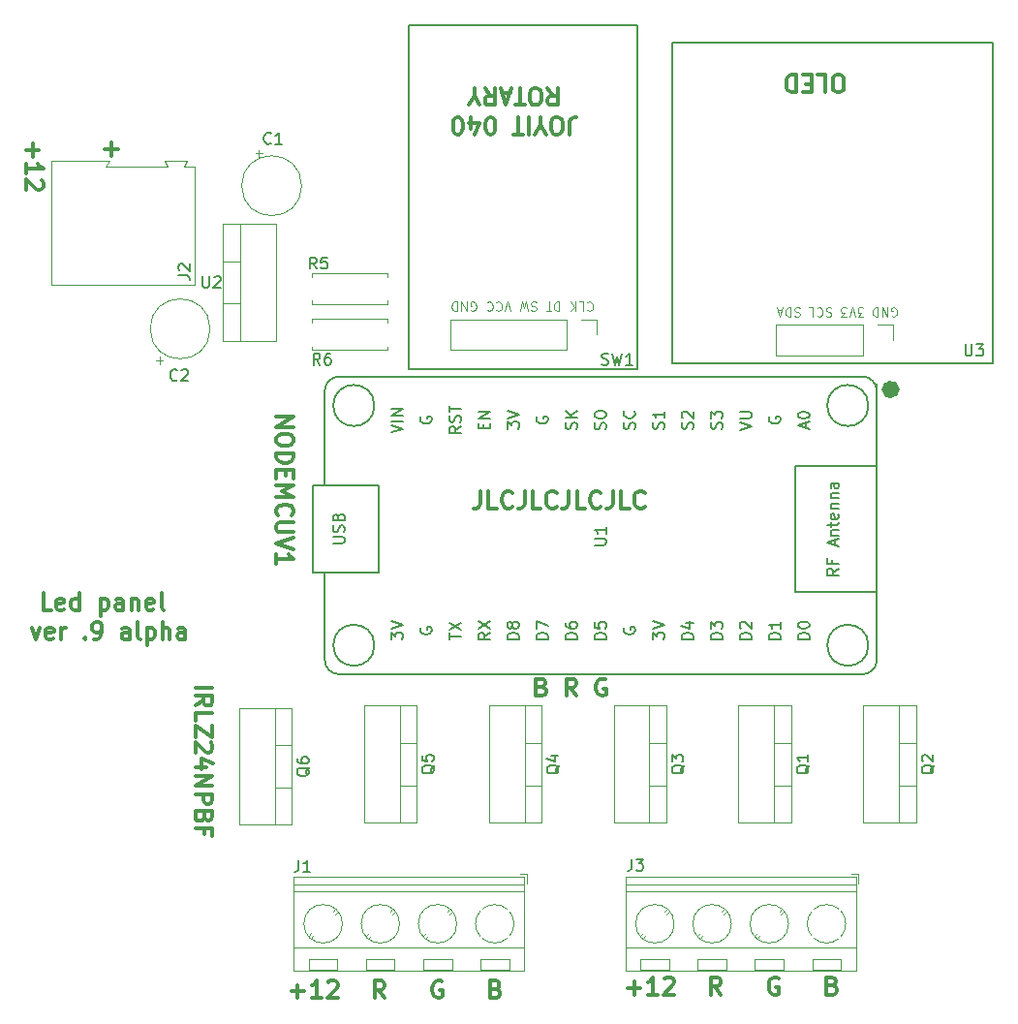
<source format=gbr>
G04 #@! TF.GenerationSoftware,KiCad,Pcbnew,5.0.2+dfsg1-1*
G04 #@! TF.CreationDate,2020-10-29T13:50:34+01:00*
G04 #@! TF.ProjectId,led_panel,6c65645f-7061-46e6-956c-2e6b69636164,rev?*
G04 #@! TF.SameCoordinates,Original*
G04 #@! TF.FileFunction,Legend,Top*
G04 #@! TF.FilePolarity,Positive*
%FSLAX46Y46*%
G04 Gerber Fmt 4.6, Leading zero omitted, Abs format (unit mm)*
G04 Created by KiCad (PCBNEW 5.0.2+dfsg1-1) date Thu 29 Oct 2020 01:50:34 PM CET*
%MOMM*%
%LPD*%
G01*
G04 APERTURE LIST*
%ADD10C,0.300000*%
%ADD11C,0.100000*%
%ADD12C,0.800000*%
%ADD13C,0.200000*%
%ADD14C,0.120000*%
%ADD15C,0.150000*%
G04 APERTURE END LIST*
D10*
X94698572Y-88378572D02*
X93984286Y-88378572D01*
X93984286Y-86878572D01*
X95770001Y-88307143D02*
X95627143Y-88378572D01*
X95341429Y-88378572D01*
X95198572Y-88307143D01*
X95127143Y-88164286D01*
X95127143Y-87592858D01*
X95198572Y-87450001D01*
X95341429Y-87378572D01*
X95627143Y-87378572D01*
X95770001Y-87450001D01*
X95841429Y-87592858D01*
X95841429Y-87735715D01*
X95127143Y-87878572D01*
X97127143Y-88378572D02*
X97127143Y-86878572D01*
X97127143Y-88307143D02*
X96984286Y-88378572D01*
X96698572Y-88378572D01*
X96555715Y-88307143D01*
X96484286Y-88235715D01*
X96412858Y-88092858D01*
X96412858Y-87664286D01*
X96484286Y-87521429D01*
X96555715Y-87450001D01*
X96698572Y-87378572D01*
X96984286Y-87378572D01*
X97127143Y-87450001D01*
X98984286Y-87378572D02*
X98984286Y-88878572D01*
X98984286Y-87450001D02*
X99127143Y-87378572D01*
X99412858Y-87378572D01*
X99555715Y-87450001D01*
X99627143Y-87521429D01*
X99698572Y-87664286D01*
X99698572Y-88092858D01*
X99627143Y-88235715D01*
X99555715Y-88307143D01*
X99412858Y-88378572D01*
X99127143Y-88378572D01*
X98984286Y-88307143D01*
X100984286Y-88378572D02*
X100984286Y-87592858D01*
X100912858Y-87450001D01*
X100770001Y-87378572D01*
X100484286Y-87378572D01*
X100341429Y-87450001D01*
X100984286Y-88307143D02*
X100841429Y-88378572D01*
X100484286Y-88378572D01*
X100341429Y-88307143D01*
X100270001Y-88164286D01*
X100270001Y-88021429D01*
X100341429Y-87878572D01*
X100484286Y-87807143D01*
X100841429Y-87807143D01*
X100984286Y-87735715D01*
X101698572Y-87378572D02*
X101698572Y-88378572D01*
X101698572Y-87521429D02*
X101770001Y-87450001D01*
X101912858Y-87378572D01*
X102127143Y-87378572D01*
X102270001Y-87450001D01*
X102341429Y-87592858D01*
X102341429Y-88378572D01*
X103627143Y-88307143D02*
X103484286Y-88378572D01*
X103198572Y-88378572D01*
X103055715Y-88307143D01*
X102984286Y-88164286D01*
X102984286Y-87592858D01*
X103055715Y-87450001D01*
X103198572Y-87378572D01*
X103484286Y-87378572D01*
X103627143Y-87450001D01*
X103698572Y-87592858D01*
X103698572Y-87735715D01*
X102984286Y-87878572D01*
X104555715Y-88378572D02*
X104412858Y-88307143D01*
X104341429Y-88164286D01*
X104341429Y-86878572D01*
X92984286Y-89928572D02*
X93341429Y-90928572D01*
X93698572Y-89928572D01*
X94841429Y-90857143D02*
X94698572Y-90928572D01*
X94412858Y-90928572D01*
X94270001Y-90857143D01*
X94198572Y-90714286D01*
X94198572Y-90142858D01*
X94270001Y-90000001D01*
X94412858Y-89928572D01*
X94698572Y-89928572D01*
X94841429Y-90000001D01*
X94912858Y-90142858D01*
X94912858Y-90285715D01*
X94198572Y-90428572D01*
X95555715Y-90928572D02*
X95555715Y-89928572D01*
X95555715Y-90214286D02*
X95627143Y-90071429D01*
X95698572Y-90000001D01*
X95841429Y-89928572D01*
X95984286Y-89928572D01*
X97627143Y-90785715D02*
X97698572Y-90857143D01*
X97627143Y-90928572D01*
X97555715Y-90857143D01*
X97627143Y-90785715D01*
X97627143Y-90928572D01*
X98412858Y-90928572D02*
X98698572Y-90928572D01*
X98841429Y-90857143D01*
X98912858Y-90785715D01*
X99055715Y-90571429D01*
X99127143Y-90285715D01*
X99127143Y-89714286D01*
X99055715Y-89571429D01*
X98984286Y-89500001D01*
X98841429Y-89428572D01*
X98555715Y-89428572D01*
X98412858Y-89500001D01*
X98341429Y-89571429D01*
X98270001Y-89714286D01*
X98270001Y-90071429D01*
X98341429Y-90214286D01*
X98412858Y-90285715D01*
X98555715Y-90357143D01*
X98841429Y-90357143D01*
X98984286Y-90285715D01*
X99055715Y-90214286D01*
X99127143Y-90071429D01*
X101555715Y-90928572D02*
X101555715Y-90142858D01*
X101484286Y-90000001D01*
X101341429Y-89928572D01*
X101055715Y-89928572D01*
X100912858Y-90000001D01*
X101555715Y-90857143D02*
X101412858Y-90928572D01*
X101055715Y-90928572D01*
X100912858Y-90857143D01*
X100841429Y-90714286D01*
X100841429Y-90571429D01*
X100912858Y-90428572D01*
X101055715Y-90357143D01*
X101412858Y-90357143D01*
X101555715Y-90285715D01*
X102484286Y-90928572D02*
X102341429Y-90857143D01*
X102270001Y-90714286D01*
X102270001Y-89428572D01*
X103055715Y-89928572D02*
X103055715Y-91428572D01*
X103055715Y-90000001D02*
X103198572Y-89928572D01*
X103484286Y-89928572D01*
X103627143Y-90000001D01*
X103698572Y-90071429D01*
X103770001Y-90214286D01*
X103770001Y-90642858D01*
X103698572Y-90785715D01*
X103627143Y-90857143D01*
X103484286Y-90928572D01*
X103198572Y-90928572D01*
X103055715Y-90857143D01*
X104412858Y-90928572D02*
X104412858Y-89428572D01*
X105055715Y-90928572D02*
X105055715Y-90142858D01*
X104984286Y-90000001D01*
X104841429Y-89928572D01*
X104627143Y-89928572D01*
X104484286Y-90000001D01*
X104412858Y-90071429D01*
X106412858Y-90928572D02*
X106412858Y-90142858D01*
X106341429Y-90000001D01*
X106198572Y-89928572D01*
X105912858Y-89928572D01*
X105770001Y-90000001D01*
X106412858Y-90857143D02*
X106270001Y-90928572D01*
X105912858Y-90928572D01*
X105770001Y-90857143D01*
X105698572Y-90714286D01*
X105698572Y-90571429D01*
X105770001Y-90428572D01*
X105912858Y-90357143D01*
X106270001Y-90357143D01*
X106412858Y-90285715D01*
X132211429Y-77993572D02*
X132211429Y-79065001D01*
X132140001Y-79279286D01*
X131997143Y-79422143D01*
X131782858Y-79493572D01*
X131640001Y-79493572D01*
X133640001Y-79493572D02*
X132925715Y-79493572D01*
X132925715Y-77993572D01*
X134997143Y-79350715D02*
X134925715Y-79422143D01*
X134711429Y-79493572D01*
X134568572Y-79493572D01*
X134354286Y-79422143D01*
X134211429Y-79279286D01*
X134140001Y-79136429D01*
X134068572Y-78850715D01*
X134068572Y-78636429D01*
X134140001Y-78350715D01*
X134211429Y-78207858D01*
X134354286Y-78065001D01*
X134568572Y-77993572D01*
X134711429Y-77993572D01*
X134925715Y-78065001D01*
X134997143Y-78136429D01*
X136068572Y-77993572D02*
X136068572Y-79065001D01*
X135997143Y-79279286D01*
X135854286Y-79422143D01*
X135640001Y-79493572D01*
X135497143Y-79493572D01*
X137497143Y-79493572D02*
X136782858Y-79493572D01*
X136782858Y-77993572D01*
X138854286Y-79350715D02*
X138782858Y-79422143D01*
X138568572Y-79493572D01*
X138425715Y-79493572D01*
X138211429Y-79422143D01*
X138068572Y-79279286D01*
X137997143Y-79136429D01*
X137925715Y-78850715D01*
X137925715Y-78636429D01*
X137997143Y-78350715D01*
X138068572Y-78207858D01*
X138211429Y-78065001D01*
X138425715Y-77993572D01*
X138568572Y-77993572D01*
X138782858Y-78065001D01*
X138854286Y-78136429D01*
X139925715Y-77993572D02*
X139925715Y-79065001D01*
X139854286Y-79279286D01*
X139711429Y-79422143D01*
X139497143Y-79493572D01*
X139354286Y-79493572D01*
X141354286Y-79493572D02*
X140640001Y-79493572D01*
X140640001Y-77993572D01*
X142711429Y-79350715D02*
X142640001Y-79422143D01*
X142425715Y-79493572D01*
X142282858Y-79493572D01*
X142068572Y-79422143D01*
X141925715Y-79279286D01*
X141854286Y-79136429D01*
X141782858Y-78850715D01*
X141782858Y-78636429D01*
X141854286Y-78350715D01*
X141925715Y-78207858D01*
X142068572Y-78065001D01*
X142282858Y-77993572D01*
X142425715Y-77993572D01*
X142640001Y-78065001D01*
X142711429Y-78136429D01*
X143782858Y-77993572D02*
X143782858Y-79065001D01*
X143711429Y-79279286D01*
X143568572Y-79422143D01*
X143354286Y-79493572D01*
X143211429Y-79493572D01*
X145211429Y-79493572D02*
X144497143Y-79493572D01*
X144497143Y-77993572D01*
X146568572Y-79350715D02*
X146497143Y-79422143D01*
X146282858Y-79493572D01*
X146140001Y-79493572D01*
X145925715Y-79422143D01*
X145782858Y-79279286D01*
X145711429Y-79136429D01*
X145640001Y-78850715D01*
X145640001Y-78636429D01*
X145711429Y-78350715D01*
X145782858Y-78207858D01*
X145925715Y-78065001D01*
X146140001Y-77993572D01*
X146282858Y-77993572D01*
X146497143Y-78065001D01*
X146568572Y-78136429D01*
D11*
X112555239Y-48462143D02*
X113164762Y-48462143D01*
X112860001Y-48766905D02*
X112860001Y-48157381D01*
X103855239Y-66562143D02*
X104464762Y-66562143D01*
X104160001Y-66866905D02*
X104160001Y-66257381D01*
D10*
X99388572Y-48112143D02*
X100531429Y-48112143D01*
X99960001Y-48683572D02*
X99960001Y-47540715D01*
X114381429Y-71512143D02*
X115881429Y-71512143D01*
X114381429Y-72369286D01*
X115881429Y-72369286D01*
X115881429Y-73369286D02*
X115881429Y-73655001D01*
X115810001Y-73797858D01*
X115667143Y-73940715D01*
X115381429Y-74012143D01*
X114881429Y-74012143D01*
X114595715Y-73940715D01*
X114452858Y-73797858D01*
X114381429Y-73655001D01*
X114381429Y-73369286D01*
X114452858Y-73226429D01*
X114595715Y-73083572D01*
X114881429Y-73012143D01*
X115381429Y-73012143D01*
X115667143Y-73083572D01*
X115810001Y-73226429D01*
X115881429Y-73369286D01*
X114381429Y-74655001D02*
X115881429Y-74655001D01*
X115881429Y-75012143D01*
X115810001Y-75226429D01*
X115667143Y-75369286D01*
X115524286Y-75440715D01*
X115238572Y-75512143D01*
X115024286Y-75512143D01*
X114738572Y-75440715D01*
X114595715Y-75369286D01*
X114452858Y-75226429D01*
X114381429Y-75012143D01*
X114381429Y-74655001D01*
X115167143Y-76155001D02*
X115167143Y-76655001D01*
X114381429Y-76869286D02*
X114381429Y-76155001D01*
X115881429Y-76155001D01*
X115881429Y-76869286D01*
X114381429Y-77512143D02*
X115881429Y-77512143D01*
X114810001Y-78012143D01*
X115881429Y-78512143D01*
X114381429Y-78512143D01*
X114524286Y-80083572D02*
X114452858Y-80012143D01*
X114381429Y-79797858D01*
X114381429Y-79655001D01*
X114452858Y-79440715D01*
X114595715Y-79297858D01*
X114738572Y-79226429D01*
X115024286Y-79155001D01*
X115238572Y-79155001D01*
X115524286Y-79226429D01*
X115667143Y-79297858D01*
X115810001Y-79440715D01*
X115881429Y-79655001D01*
X115881429Y-79797858D01*
X115810001Y-80012143D01*
X115738572Y-80083572D01*
X115881429Y-80726429D02*
X114667143Y-80726429D01*
X114524286Y-80797858D01*
X114452858Y-80869286D01*
X114381429Y-81012143D01*
X114381429Y-81297858D01*
X114452858Y-81440715D01*
X114524286Y-81512143D01*
X114667143Y-81583572D01*
X115881429Y-81583572D01*
X115881429Y-82083572D02*
X114381429Y-82583572D01*
X115881429Y-83083572D01*
X114381429Y-84369286D02*
X114381429Y-83512143D01*
X114381429Y-83940715D02*
X115881429Y-83940715D01*
X115667143Y-83797858D01*
X115524286Y-83655001D01*
X115452858Y-83512143D01*
X107281429Y-95176429D02*
X108781429Y-95176429D01*
X107281429Y-96747858D02*
X107995715Y-96247858D01*
X107281429Y-95890715D02*
X108781429Y-95890715D01*
X108781429Y-96462143D01*
X108710001Y-96605001D01*
X108638572Y-96676429D01*
X108495715Y-96747858D01*
X108281429Y-96747858D01*
X108138572Y-96676429D01*
X108067143Y-96605001D01*
X107995715Y-96462143D01*
X107995715Y-95890715D01*
X107281429Y-98105001D02*
X107281429Y-97390715D01*
X108781429Y-97390715D01*
X108781429Y-98462143D02*
X108781429Y-99462143D01*
X107281429Y-98462143D01*
X107281429Y-99462143D01*
X108638572Y-99962143D02*
X108710001Y-100033572D01*
X108781429Y-100176429D01*
X108781429Y-100533572D01*
X108710001Y-100676429D01*
X108638572Y-100747858D01*
X108495715Y-100819286D01*
X108352858Y-100819286D01*
X108138572Y-100747858D01*
X107281429Y-99890715D01*
X107281429Y-100819286D01*
X108281429Y-102105001D02*
X107281429Y-102105001D01*
X108852858Y-101747858D02*
X107781429Y-101390715D01*
X107781429Y-102319286D01*
X107281429Y-102890715D02*
X108781429Y-102890715D01*
X107281429Y-103747858D01*
X108781429Y-103747858D01*
X107281429Y-104462143D02*
X108781429Y-104462143D01*
X108781429Y-105033572D01*
X108710001Y-105176429D01*
X108638572Y-105247858D01*
X108495715Y-105319286D01*
X108281429Y-105319286D01*
X108138572Y-105247858D01*
X108067143Y-105176429D01*
X107995715Y-105033572D01*
X107995715Y-104462143D01*
X108067143Y-106462143D02*
X107995715Y-106676429D01*
X107924286Y-106747858D01*
X107781429Y-106819286D01*
X107567143Y-106819286D01*
X107424286Y-106747858D01*
X107352858Y-106676429D01*
X107281429Y-106533572D01*
X107281429Y-105962143D01*
X108781429Y-105962143D01*
X108781429Y-106462143D01*
X108710001Y-106605001D01*
X108638572Y-106676429D01*
X108495715Y-106747858D01*
X108352858Y-106747858D01*
X108210001Y-106676429D01*
X108138572Y-106605001D01*
X108067143Y-106462143D01*
X108067143Y-105962143D01*
X108067143Y-107962143D02*
X108067143Y-107462143D01*
X107281429Y-107462143D02*
X108781429Y-107462143D01*
X108781429Y-108176429D01*
X162967143Y-121197858D02*
X163181429Y-121269286D01*
X163252858Y-121340715D01*
X163324286Y-121483572D01*
X163324286Y-121697858D01*
X163252858Y-121840715D01*
X163181429Y-121912143D01*
X163038572Y-121983572D01*
X162467143Y-121983572D01*
X162467143Y-120483572D01*
X162967143Y-120483572D01*
X163110001Y-120555001D01*
X163181429Y-120626429D01*
X163252858Y-120769286D01*
X163252858Y-120912143D01*
X163181429Y-121055001D01*
X163110001Y-121126429D01*
X162967143Y-121197858D01*
X162467143Y-121197858D01*
X158252858Y-120555001D02*
X158110001Y-120483572D01*
X157895715Y-120483572D01*
X157681429Y-120555001D01*
X157538572Y-120697858D01*
X157467143Y-120840715D01*
X157395715Y-121126429D01*
X157395715Y-121340715D01*
X157467143Y-121626429D01*
X157538572Y-121769286D01*
X157681429Y-121912143D01*
X157895715Y-121983572D01*
X158038572Y-121983572D01*
X158252858Y-121912143D01*
X158324286Y-121840715D01*
X158324286Y-121340715D01*
X158038572Y-121340715D01*
X153224286Y-121983572D02*
X152724286Y-121269286D01*
X152367143Y-121983572D02*
X152367143Y-120483572D01*
X152938572Y-120483572D01*
X153081429Y-120555001D01*
X153152858Y-120626429D01*
X153224286Y-120769286D01*
X153224286Y-120983572D01*
X153152858Y-121126429D01*
X153081429Y-121197858D01*
X152938572Y-121269286D01*
X152367143Y-121269286D01*
X145060001Y-121412143D02*
X146202858Y-121412143D01*
X145631429Y-121983572D02*
X145631429Y-120840715D01*
X147702858Y-121983572D02*
X146845715Y-121983572D01*
X147274286Y-121983572D02*
X147274286Y-120483572D01*
X147131429Y-120697858D01*
X146988572Y-120840715D01*
X146845715Y-120912143D01*
X148274286Y-120626429D02*
X148345715Y-120555001D01*
X148488572Y-120483572D01*
X148845715Y-120483572D01*
X148988572Y-120555001D01*
X149060001Y-120626429D01*
X149131429Y-120769286D01*
X149131429Y-120912143D01*
X149060001Y-121126429D01*
X148202858Y-121983572D01*
X149131429Y-121983572D01*
X115660001Y-121712143D02*
X116802858Y-121712143D01*
X116231429Y-122283572D02*
X116231429Y-121140715D01*
X118302858Y-122283572D02*
X117445715Y-122283572D01*
X117874286Y-122283572D02*
X117874286Y-120783572D01*
X117731429Y-120997858D01*
X117588572Y-121140715D01*
X117445715Y-121212143D01*
X118874286Y-120926429D02*
X118945715Y-120855001D01*
X119088572Y-120783572D01*
X119445715Y-120783572D01*
X119588572Y-120855001D01*
X119660001Y-120926429D01*
X119731429Y-121069286D01*
X119731429Y-121212143D01*
X119660001Y-121426429D01*
X118802858Y-122283572D01*
X119731429Y-122283572D01*
X133567143Y-121497858D02*
X133781429Y-121569286D01*
X133852858Y-121640715D01*
X133924286Y-121783572D01*
X133924286Y-121997858D01*
X133852858Y-122140715D01*
X133781429Y-122212143D01*
X133638572Y-122283572D01*
X133067143Y-122283572D01*
X133067143Y-120783572D01*
X133567143Y-120783572D01*
X133710001Y-120855001D01*
X133781429Y-120926429D01*
X133852858Y-121069286D01*
X133852858Y-121212143D01*
X133781429Y-121355001D01*
X133710001Y-121426429D01*
X133567143Y-121497858D01*
X133067143Y-121497858D01*
X128852858Y-120855001D02*
X128710001Y-120783572D01*
X128495715Y-120783572D01*
X128281429Y-120855001D01*
X128138572Y-120997858D01*
X128067143Y-121140715D01*
X127995715Y-121426429D01*
X127995715Y-121640715D01*
X128067143Y-121926429D01*
X128138572Y-122069286D01*
X128281429Y-122212143D01*
X128495715Y-122283572D01*
X128638572Y-122283572D01*
X128852858Y-122212143D01*
X128924286Y-122140715D01*
X128924286Y-121640715D01*
X128638572Y-121640715D01*
X123824286Y-122283572D02*
X123324286Y-121569286D01*
X122967143Y-122283572D02*
X122967143Y-120783572D01*
X123538572Y-120783572D01*
X123681429Y-120855001D01*
X123752858Y-120926429D01*
X123824286Y-121069286D01*
X123824286Y-121283572D01*
X123752858Y-121426429D01*
X123681429Y-121497858D01*
X123538572Y-121569286D01*
X122967143Y-121569286D01*
X143152858Y-94455001D02*
X143010001Y-94383572D01*
X142795715Y-94383572D01*
X142581429Y-94455001D01*
X142438572Y-94597858D01*
X142367143Y-94740715D01*
X142295715Y-95026429D01*
X142295715Y-95240715D01*
X142367143Y-95526429D01*
X142438572Y-95669286D01*
X142581429Y-95812143D01*
X142795715Y-95883572D01*
X142938572Y-95883572D01*
X143152858Y-95812143D01*
X143224286Y-95740715D01*
X143224286Y-95240715D01*
X142938572Y-95240715D01*
X137567143Y-95097858D02*
X137781429Y-95169286D01*
X137852858Y-95240715D01*
X137924286Y-95383572D01*
X137924286Y-95597858D01*
X137852858Y-95740715D01*
X137781429Y-95812143D01*
X137638572Y-95883572D01*
X137067143Y-95883572D01*
X137067143Y-94383572D01*
X137567143Y-94383572D01*
X137710001Y-94455001D01*
X137781429Y-94526429D01*
X137852858Y-94669286D01*
X137852858Y-94812143D01*
X137781429Y-94955001D01*
X137710001Y-95026429D01*
X137567143Y-95097858D01*
X137067143Y-95097858D01*
X140574286Y-95883572D02*
X140074286Y-95169286D01*
X139717143Y-95883572D02*
X139717143Y-94383572D01*
X140288572Y-94383572D01*
X140431429Y-94455001D01*
X140502858Y-94526429D01*
X140574286Y-94669286D01*
X140574286Y-94883572D01*
X140502858Y-95026429D01*
X140431429Y-95097858D01*
X140288572Y-95169286D01*
X139717143Y-95169286D01*
D12*
X168460001Y-69105001D02*
G75*
G03X168460001Y-69105001I-400000J0D01*
G01*
D10*
X93052858Y-47605001D02*
X93052858Y-48747858D01*
X92481429Y-48176429D02*
X93624286Y-48176429D01*
X92481429Y-50247858D02*
X92481429Y-49390715D01*
X92481429Y-49819286D02*
X93981429Y-49819286D01*
X93767143Y-49676429D01*
X93624286Y-49533572D01*
X93552858Y-49390715D01*
X93838572Y-50819286D02*
X93910001Y-50890715D01*
X93981429Y-51033572D01*
X93981429Y-51390715D01*
X93910001Y-51533572D01*
X93838572Y-51605001D01*
X93695715Y-51676429D01*
X93552858Y-51676429D01*
X93338572Y-51605001D01*
X92481429Y-50747858D01*
X92481429Y-51676429D01*
D11*
X141536191Y-61519286D02*
X141574286Y-61481191D01*
X141688572Y-61443096D01*
X141764762Y-61443096D01*
X141879048Y-61481191D01*
X141955239Y-61557381D01*
X141993334Y-61633572D01*
X142031429Y-61785953D01*
X142031429Y-61900239D01*
X141993334Y-62052620D01*
X141955239Y-62128810D01*
X141879048Y-62205001D01*
X141764762Y-62243096D01*
X141688572Y-62243096D01*
X141574286Y-62205001D01*
X141536191Y-62166905D01*
X140812381Y-61443096D02*
X141193334Y-61443096D01*
X141193334Y-62243096D01*
X140545715Y-61443096D02*
X140545715Y-62243096D01*
X140088572Y-61443096D02*
X140431429Y-61900239D01*
X140088572Y-62243096D02*
X140545715Y-61785953D01*
X139099283Y-61443096D02*
X139099283Y-62243096D01*
X138908807Y-62243096D01*
X138794521Y-62205001D01*
X138718331Y-62128810D01*
X138680236Y-62052620D01*
X138642140Y-61900239D01*
X138642140Y-61785953D01*
X138680236Y-61633572D01*
X138718331Y-61557381D01*
X138794521Y-61481191D01*
X138908807Y-61443096D01*
X139099283Y-61443096D01*
X138413569Y-62243096D02*
X137956426Y-62243096D01*
X138184998Y-61443096D02*
X138184998Y-62243096D01*
X137081427Y-61481191D02*
X136967141Y-61443096D01*
X136776665Y-61443096D01*
X136700474Y-61481191D01*
X136662379Y-61519286D01*
X136624284Y-61595477D01*
X136624284Y-61671667D01*
X136662379Y-61747858D01*
X136700474Y-61785953D01*
X136776665Y-61824048D01*
X136929046Y-61862143D01*
X137005236Y-61900239D01*
X137043332Y-61938334D01*
X137081427Y-62014524D01*
X137081427Y-62090715D01*
X137043332Y-62166905D01*
X137005236Y-62205001D01*
X136929046Y-62243096D01*
X136738570Y-62243096D01*
X136624284Y-62205001D01*
X136357617Y-62243096D02*
X136167141Y-61443096D01*
X136014760Y-62014524D01*
X135862379Y-61443096D01*
X135671903Y-62243096D01*
X134834999Y-62243096D02*
X134568333Y-61443096D01*
X134301666Y-62243096D01*
X133577856Y-61519286D02*
X133615952Y-61481191D01*
X133730237Y-61443096D01*
X133806428Y-61443096D01*
X133920713Y-61481191D01*
X133996904Y-61557381D01*
X134034999Y-61633572D01*
X134073094Y-61785953D01*
X134073094Y-61900239D01*
X134034999Y-62052620D01*
X133996904Y-62128810D01*
X133920713Y-62205001D01*
X133806428Y-62243096D01*
X133730237Y-62243096D01*
X133615952Y-62205001D01*
X133577856Y-62166905D01*
X132777856Y-61519286D02*
X132815952Y-61481191D01*
X132930237Y-61443096D01*
X133006428Y-61443096D01*
X133120713Y-61481191D01*
X133196904Y-61557381D01*
X133234999Y-61633572D01*
X133273094Y-61785953D01*
X133273094Y-61900239D01*
X133234999Y-62052620D01*
X133196904Y-62128810D01*
X133120713Y-62205001D01*
X133006428Y-62243096D01*
X132930237Y-62243096D01*
X132815952Y-62205001D01*
X132777856Y-62166905D01*
X160131429Y-61981191D02*
X160017143Y-61943096D01*
X159826667Y-61943096D01*
X159750477Y-61981191D01*
X159712381Y-62019286D01*
X159674286Y-62095477D01*
X159674286Y-62171667D01*
X159712381Y-62247858D01*
X159750477Y-62285953D01*
X159826667Y-62324048D01*
X159979048Y-62362143D01*
X160055239Y-62400239D01*
X160093334Y-62438334D01*
X160131429Y-62514524D01*
X160131429Y-62590715D01*
X160093334Y-62666905D01*
X160055239Y-62705001D01*
X159979048Y-62743096D01*
X159788572Y-62743096D01*
X159674286Y-62705001D01*
X159331429Y-61943096D02*
X159331429Y-62743096D01*
X159140953Y-62743096D01*
X159026667Y-62705001D01*
X158950477Y-62628810D01*
X158912381Y-62552620D01*
X158874286Y-62400239D01*
X158874286Y-62285953D01*
X158912381Y-62133572D01*
X158950477Y-62057381D01*
X159026667Y-61981191D01*
X159140953Y-61943096D01*
X159331429Y-61943096D01*
X158569524Y-62171667D02*
X158188572Y-62171667D01*
X158645715Y-61943096D02*
X158379048Y-62743096D01*
X158112381Y-61943096D01*
X131369524Y-62205001D02*
X131445715Y-62243096D01*
X131560001Y-62243096D01*
X131674286Y-62205001D01*
X131750477Y-62128810D01*
X131788572Y-62052620D01*
X131826667Y-61900239D01*
X131826667Y-61785953D01*
X131788572Y-61633572D01*
X131750477Y-61557381D01*
X131674286Y-61481191D01*
X131560001Y-61443096D01*
X131483810Y-61443096D01*
X131369524Y-61481191D01*
X131331429Y-61519286D01*
X131331429Y-61785953D01*
X131483810Y-61785953D01*
X130988572Y-61443096D02*
X130988572Y-62243096D01*
X130531429Y-61443096D01*
X130531429Y-62243096D01*
X130150477Y-61443096D02*
X130150477Y-62243096D01*
X129960001Y-62243096D01*
X129845715Y-62205001D01*
X129769524Y-62128810D01*
X129731429Y-62052620D01*
X129693334Y-61900239D01*
X129693334Y-61785953D01*
X129731429Y-61633572D01*
X129769524Y-61557381D01*
X129845715Y-61481191D01*
X129960001Y-61443096D01*
X130150477Y-61443096D01*
D10*
X140017143Y-46801429D02*
X140017143Y-45730001D01*
X140088572Y-45515715D01*
X140231429Y-45372858D01*
X140445715Y-45301429D01*
X140588572Y-45301429D01*
X139017143Y-46801429D02*
X138731429Y-46801429D01*
X138588572Y-46730001D01*
X138445715Y-46587143D01*
X138374286Y-46301429D01*
X138374286Y-45801429D01*
X138445715Y-45515715D01*
X138588572Y-45372858D01*
X138731429Y-45301429D01*
X139017143Y-45301429D01*
X139160001Y-45372858D01*
X139302858Y-45515715D01*
X139374286Y-45801429D01*
X139374286Y-46301429D01*
X139302858Y-46587143D01*
X139160001Y-46730001D01*
X139017143Y-46801429D01*
X137445715Y-46015715D02*
X137445715Y-45301429D01*
X137945715Y-46801429D02*
X137445715Y-46015715D01*
X136945715Y-46801429D01*
X136445715Y-45301429D02*
X136445715Y-46801429D01*
X135945715Y-46801429D02*
X135088572Y-46801429D01*
X135517143Y-45301429D02*
X135517143Y-46801429D01*
X133160001Y-46801429D02*
X133017143Y-46801429D01*
X132874286Y-46730001D01*
X132802858Y-46658572D01*
X132731429Y-46515715D01*
X132660001Y-46230001D01*
X132660001Y-45872858D01*
X132731429Y-45587143D01*
X132802858Y-45444286D01*
X132874286Y-45372858D01*
X133017143Y-45301429D01*
X133160001Y-45301429D01*
X133302858Y-45372858D01*
X133374286Y-45444286D01*
X133445715Y-45587143D01*
X133517143Y-45872858D01*
X133517143Y-46230001D01*
X133445715Y-46515715D01*
X133374286Y-46658572D01*
X133302858Y-46730001D01*
X133160001Y-46801429D01*
X131374286Y-46301429D02*
X131374286Y-45301429D01*
X131731429Y-46872858D02*
X132088572Y-45801429D01*
X131160001Y-45801429D01*
X130302858Y-46801429D02*
X130160001Y-46801429D01*
X130017143Y-46730001D01*
X129945715Y-46658572D01*
X129874286Y-46515715D01*
X129802858Y-46230001D01*
X129802858Y-45872858D01*
X129874286Y-45587143D01*
X129945715Y-45444286D01*
X130017143Y-45372858D01*
X130160001Y-45301429D01*
X130302858Y-45301429D01*
X130445715Y-45372858D01*
X130517143Y-45444286D01*
X130588572Y-45587143D01*
X130660001Y-45872858D01*
X130660001Y-46230001D01*
X130588572Y-46515715D01*
X130517143Y-46658572D01*
X130445715Y-46730001D01*
X130302858Y-46801429D01*
X138088572Y-42751429D02*
X138588572Y-43465715D01*
X138945715Y-42751429D02*
X138945715Y-44251429D01*
X138374286Y-44251429D01*
X138231429Y-44180001D01*
X138160001Y-44108572D01*
X138088572Y-43965715D01*
X138088572Y-43751429D01*
X138160001Y-43608572D01*
X138231429Y-43537143D01*
X138374286Y-43465715D01*
X138945715Y-43465715D01*
X137160001Y-44251429D02*
X136874286Y-44251429D01*
X136731429Y-44180001D01*
X136588572Y-44037143D01*
X136517143Y-43751429D01*
X136517143Y-43251429D01*
X136588572Y-42965715D01*
X136731429Y-42822858D01*
X136874286Y-42751429D01*
X137160001Y-42751429D01*
X137302858Y-42822858D01*
X137445715Y-42965715D01*
X137517143Y-43251429D01*
X137517143Y-43751429D01*
X137445715Y-44037143D01*
X137302858Y-44180001D01*
X137160001Y-44251429D01*
X136088572Y-44251429D02*
X135231429Y-44251429D01*
X135660001Y-42751429D02*
X135660001Y-44251429D01*
X134802858Y-43180001D02*
X134088572Y-43180001D01*
X134945715Y-42751429D02*
X134445715Y-44251429D01*
X133945715Y-42751429D01*
X132588572Y-42751429D02*
X133088572Y-43465715D01*
X133445715Y-42751429D02*
X133445715Y-44251429D01*
X132874286Y-44251429D01*
X132731429Y-44180001D01*
X132660001Y-44108572D01*
X132588572Y-43965715D01*
X132588572Y-43751429D01*
X132660001Y-43608572D01*
X132731429Y-43537143D01*
X132874286Y-43465715D01*
X133445715Y-43465715D01*
X131660001Y-43465715D02*
X131660001Y-42751429D01*
X132160001Y-44251429D02*
X131660001Y-43465715D01*
X131160001Y-44251429D01*
D13*
X125960001Y-37305001D02*
X145960001Y-37305001D01*
X125960001Y-67305001D02*
X125960001Y-37305001D01*
X145960001Y-67305001D02*
X125960001Y-67305001D01*
X145960001Y-37305001D02*
X145960001Y-67305001D01*
D11*
X162886983Y-61981191D02*
X162772698Y-61943096D01*
X162582222Y-61943096D01*
X162506031Y-61981191D01*
X162467936Y-62019286D01*
X162429841Y-62095477D01*
X162429841Y-62171667D01*
X162467936Y-62247858D01*
X162506031Y-62285953D01*
X162582222Y-62324048D01*
X162734603Y-62362143D01*
X162810793Y-62400239D01*
X162848888Y-62438334D01*
X162886983Y-62514524D01*
X162886983Y-62590715D01*
X162848888Y-62666905D01*
X162810793Y-62705001D01*
X162734603Y-62743096D01*
X162544126Y-62743096D01*
X162429841Y-62705001D01*
X161629841Y-62019286D02*
X161667936Y-61981191D01*
X161782222Y-61943096D01*
X161858412Y-61943096D01*
X161972698Y-61981191D01*
X162048888Y-62057381D01*
X162086983Y-62133572D01*
X162125079Y-62285953D01*
X162125079Y-62400239D01*
X162086983Y-62552620D01*
X162048888Y-62628810D01*
X161972698Y-62705001D01*
X161858412Y-62743096D01*
X161782222Y-62743096D01*
X161667936Y-62705001D01*
X161629841Y-62666905D01*
X160906031Y-61943096D02*
X161286983Y-61943096D01*
X161286983Y-62743096D01*
X165680634Y-62743096D02*
X165185396Y-62743096D01*
X165452062Y-62438334D01*
X165337777Y-62438334D01*
X165261586Y-62400239D01*
X165223491Y-62362143D01*
X165185396Y-62285953D01*
X165185396Y-62095477D01*
X165223491Y-62019286D01*
X165261586Y-61981191D01*
X165337777Y-61943096D01*
X165566348Y-61943096D01*
X165642538Y-61981191D01*
X165680634Y-62019286D01*
X164956824Y-62743096D02*
X164690158Y-61943096D01*
X164423491Y-62743096D01*
X164233015Y-62743096D02*
X163737777Y-62743096D01*
X164004443Y-62438334D01*
X163890158Y-62438334D01*
X163813967Y-62400239D01*
X163775872Y-62362143D01*
X163737777Y-62285953D01*
X163737777Y-62095477D01*
X163775872Y-62019286D01*
X163813967Y-61981191D01*
X163890158Y-61943096D01*
X164118729Y-61943096D01*
X164194919Y-61981191D01*
X164233015Y-62019286D01*
X168169524Y-62705001D02*
X168245715Y-62743096D01*
X168360001Y-62743096D01*
X168474286Y-62705001D01*
X168550477Y-62628810D01*
X168588572Y-62552620D01*
X168626667Y-62400239D01*
X168626667Y-62285953D01*
X168588572Y-62133572D01*
X168550477Y-62057381D01*
X168474286Y-61981191D01*
X168360001Y-61943096D01*
X168283810Y-61943096D01*
X168169524Y-61981191D01*
X168131429Y-62019286D01*
X168131429Y-62285953D01*
X168283810Y-62285953D01*
X167788572Y-61943096D02*
X167788572Y-62743096D01*
X167331429Y-61943096D01*
X167331429Y-62743096D01*
X166950477Y-61943096D02*
X166950477Y-62743096D01*
X166760001Y-62743096D01*
X166645715Y-62705001D01*
X166569524Y-62628810D01*
X166531429Y-62552620D01*
X166493334Y-62400239D01*
X166493334Y-62285953D01*
X166531429Y-62133572D01*
X166569524Y-62057381D01*
X166645715Y-61981191D01*
X166760001Y-61943096D01*
X166950477Y-61943096D01*
D10*
X163638572Y-43126429D02*
X163352858Y-43126429D01*
X163210001Y-43055001D01*
X163067143Y-42912143D01*
X162995715Y-42626429D01*
X162995715Y-42126429D01*
X163067143Y-41840715D01*
X163210001Y-41697858D01*
X163352858Y-41626429D01*
X163638572Y-41626429D01*
X163781429Y-41697858D01*
X163924286Y-41840715D01*
X163995715Y-42126429D01*
X163995715Y-42626429D01*
X163924286Y-42912143D01*
X163781429Y-43055001D01*
X163638572Y-43126429D01*
X161638572Y-41626429D02*
X162352858Y-41626429D01*
X162352858Y-43126429D01*
X161138572Y-42412143D02*
X160638572Y-42412143D01*
X160424286Y-41626429D02*
X161138572Y-41626429D01*
X161138572Y-43126429D01*
X160424286Y-43126429D01*
X159781429Y-41626429D02*
X159781429Y-43126429D01*
X159424286Y-43126429D01*
X159210001Y-43055001D01*
X159067143Y-42912143D01*
X158995715Y-42769286D01*
X158924286Y-42483572D01*
X158924286Y-42269286D01*
X158995715Y-41983572D01*
X159067143Y-41840715D01*
X159210001Y-41697858D01*
X159424286Y-41626429D01*
X159781429Y-41626429D01*
D13*
X148960001Y-66805001D02*
X148960001Y-38805001D01*
X176960001Y-66805001D02*
X148960001Y-66805001D01*
X176960001Y-38805001D02*
X176960001Y-66805001D01*
X148960001Y-38805001D02*
X176960001Y-38805001D01*
D14*
G04 #@! TO.C,J1*
X136260001Y-111455001D02*
X135660001Y-111455001D01*
X136260001Y-112295001D02*
X136260001Y-111455001D01*
X117210001Y-119855001D02*
X117210001Y-118855001D01*
X119710001Y-119855001D02*
X119710001Y-118855001D01*
X119710001Y-118855001D02*
X117210001Y-118855001D01*
X119710001Y-119855001D02*
X117210001Y-119855001D01*
X119488001Y-114982001D02*
X119734001Y-114736001D01*
X117390001Y-117080001D02*
X117601001Y-116869001D01*
X119330001Y-114730001D02*
X119529001Y-114531001D01*
X117185001Y-116874001D02*
X117431001Y-116628001D01*
X122210001Y-119855001D02*
X122210001Y-118855001D01*
X124710001Y-119855001D02*
X124710001Y-118855001D01*
X124710001Y-118855001D02*
X122210001Y-118855001D01*
X124710001Y-119855001D02*
X122210001Y-119855001D01*
X124488001Y-114982001D02*
X124734001Y-114736001D01*
X122390001Y-117080001D02*
X122601001Y-116869001D01*
X124330001Y-114730001D02*
X124529001Y-114531001D01*
X122185001Y-116874001D02*
X122431001Y-116628001D01*
X127210001Y-119855001D02*
X127210001Y-118855001D01*
X129710001Y-119855001D02*
X129710001Y-118855001D01*
X129710001Y-118855001D02*
X127210001Y-118855001D01*
X129710001Y-119855001D02*
X127210001Y-119855001D01*
X129488001Y-114982001D02*
X129734001Y-114736001D01*
X127390001Y-117080001D02*
X127601001Y-116869001D01*
X129330001Y-114730001D02*
X129529001Y-114531001D01*
X127185001Y-116874001D02*
X127431001Y-116628001D01*
X132210001Y-119855001D02*
X132210001Y-118855001D01*
X134710001Y-119855001D02*
X134710001Y-118855001D01*
X134710001Y-118855001D02*
X132210001Y-118855001D01*
X134710001Y-119855001D02*
X132210001Y-119855001D01*
X115899001Y-119915001D02*
X115899001Y-111695001D01*
X136020001Y-119915001D02*
X136020001Y-111695001D01*
X136020001Y-111695001D02*
X115899001Y-111695001D01*
X136020001Y-119915001D02*
X115899001Y-119915001D01*
X136020001Y-117855001D02*
X115899001Y-117855001D01*
X136020001Y-112955001D02*
X115899001Y-112955001D01*
X136020001Y-112355001D02*
X115899001Y-112355001D01*
X120140001Y-115805001D02*
G75*
G03X120140001Y-115805001I-1680000J0D01*
G01*
X125140001Y-115805001D02*
G75*
G03X125140001Y-115805001I-1680000J0D01*
G01*
X130140001Y-115805001D02*
G75*
G03X130140001Y-115805001I-1680000J0D01*
G01*
X133431494Y-114124490D02*
G75*
G02X134541001Y-114518001I28507J-1680511D01*
G01*
X134748064Y-114725267D02*
G75*
G02X134747001Y-116886001I-1288063J-1079734D01*
G01*
X134539909Y-117092079D02*
G75*
G02X132380001Y-117092001I-1079908J1287078D01*
G01*
X132172923Y-116884909D02*
G75*
G02X132173001Y-114725001I1287078J1079908D01*
G01*
X132380118Y-114518046D02*
G75*
G02X133460001Y-114125001I1079883J-1286955D01*
G01*
G04 #@! TO.C,J3*
X165260001Y-111455001D02*
X164660001Y-111455001D01*
X165260001Y-112295001D02*
X165260001Y-111455001D01*
X146210001Y-119855001D02*
X146210001Y-118855001D01*
X148710001Y-119855001D02*
X148710001Y-118855001D01*
X148710001Y-118855001D02*
X146210001Y-118855001D01*
X148710001Y-119855001D02*
X146210001Y-119855001D01*
X148488001Y-114982001D02*
X148734001Y-114736001D01*
X146390001Y-117080001D02*
X146601001Y-116869001D01*
X148330001Y-114730001D02*
X148529001Y-114531001D01*
X146185001Y-116874001D02*
X146431001Y-116628001D01*
X151210001Y-119855001D02*
X151210001Y-118855001D01*
X153710001Y-119855001D02*
X153710001Y-118855001D01*
X153710001Y-118855001D02*
X151210001Y-118855001D01*
X153710001Y-119855001D02*
X151210001Y-119855001D01*
X153488001Y-114982001D02*
X153734001Y-114736001D01*
X151390001Y-117080001D02*
X151601001Y-116869001D01*
X153330001Y-114730001D02*
X153529001Y-114531001D01*
X151185001Y-116874001D02*
X151431001Y-116628001D01*
X156210001Y-119855001D02*
X156210001Y-118855001D01*
X158710001Y-119855001D02*
X158710001Y-118855001D01*
X158710001Y-118855001D02*
X156210001Y-118855001D01*
X158710001Y-119855001D02*
X156210001Y-119855001D01*
X158488001Y-114982001D02*
X158734001Y-114736001D01*
X156390001Y-117080001D02*
X156601001Y-116869001D01*
X158330001Y-114730001D02*
X158529001Y-114531001D01*
X156185001Y-116874001D02*
X156431001Y-116628001D01*
X161210001Y-119855001D02*
X161210001Y-118855001D01*
X163710001Y-119855001D02*
X163710001Y-118855001D01*
X163710001Y-118855001D02*
X161210001Y-118855001D01*
X163710001Y-119855001D02*
X161210001Y-119855001D01*
X144899001Y-119915001D02*
X144899001Y-111695001D01*
X165020001Y-119915001D02*
X165020001Y-111695001D01*
X165020001Y-111695001D02*
X144899001Y-111695001D01*
X165020001Y-119915001D02*
X144899001Y-119915001D01*
X165020001Y-117855001D02*
X144899001Y-117855001D01*
X165020001Y-112955001D02*
X144899001Y-112955001D01*
X165020001Y-112355001D02*
X144899001Y-112355001D01*
X149140001Y-115805001D02*
G75*
G03X149140001Y-115805001I-1680000J0D01*
G01*
X154140001Y-115805001D02*
G75*
G03X154140001Y-115805001I-1680000J0D01*
G01*
X159140001Y-115805001D02*
G75*
G03X159140001Y-115805001I-1680000J0D01*
G01*
X162431494Y-114124490D02*
G75*
G02X163541001Y-114518001I28507J-1680511D01*
G01*
X163748064Y-114725267D02*
G75*
G02X163747001Y-116886001I-1288063J-1079734D01*
G01*
X163539909Y-117092079D02*
G75*
G02X161380001Y-117092001I-1079908J1287078D01*
G01*
X161172923Y-116884909D02*
G75*
G02X161173001Y-114725001I1287078J1079908D01*
G01*
X161380118Y-114518046D02*
G75*
G02X162460001Y-114125001I1079883J-1286955D01*
G01*
G04 #@! TO.C,C1*
X116580001Y-51305001D02*
G75*
G03X116580001Y-51305001I-2620000J0D01*
G01*
G04 #@! TO.C,C2*
X108580001Y-63805001D02*
G75*
G03X108580001Y-63805001I-2620000J0D01*
G01*
G04 #@! TO.C,J2*
X94660001Y-59955001D02*
X107260001Y-59955001D01*
X107260001Y-59955001D02*
X107260001Y-49605001D01*
X107260001Y-49605001D02*
X106310001Y-49605001D01*
X106310001Y-49605001D02*
X106560001Y-49105001D01*
X106560001Y-49105001D02*
X104660001Y-49105001D01*
X104660001Y-49105001D02*
X104610001Y-49105001D01*
X104610001Y-49105001D02*
X104860001Y-49605001D01*
X104860001Y-49605001D02*
X99460001Y-49605001D01*
X99460001Y-49605001D02*
X99760001Y-49105001D01*
X99760001Y-49105001D02*
X94660001Y-49105001D01*
X94660001Y-49105001D02*
X94660001Y-59955001D01*
G04 #@! TO.C,Q1*
X159410001Y-96725001D02*
X159410001Y-106965001D01*
X154769001Y-96725001D02*
X154769001Y-106965001D01*
X159410001Y-96725001D02*
X154769001Y-96725001D01*
X159410001Y-106965001D02*
X154769001Y-106965001D01*
X157900001Y-96725001D02*
X157900001Y-106965001D01*
X159410001Y-99995001D02*
X157900001Y-99995001D01*
X159410001Y-103696001D02*
X157900001Y-103696001D01*
G04 #@! TO.C,Q2*
X170330001Y-96725001D02*
X170330001Y-106965001D01*
X165689001Y-96725001D02*
X165689001Y-106965001D01*
X170330001Y-96725001D02*
X165689001Y-96725001D01*
X170330001Y-106965001D02*
X165689001Y-106965001D01*
X168820001Y-96725001D02*
X168820001Y-106965001D01*
X170330001Y-99995001D02*
X168820001Y-99995001D01*
X170330001Y-103696001D02*
X168820001Y-103696001D01*
G04 #@! TO.C,Q3*
X148490001Y-96725001D02*
X148490001Y-106965001D01*
X143849001Y-96725001D02*
X143849001Y-106965001D01*
X148490001Y-96725001D02*
X143849001Y-96725001D01*
X148490001Y-106965001D02*
X143849001Y-106965001D01*
X146980001Y-96725001D02*
X146980001Y-106965001D01*
X148490001Y-99995001D02*
X146980001Y-99995001D01*
X148490001Y-103696001D02*
X146980001Y-103696001D01*
G04 #@! TO.C,Q4*
X137570001Y-103696001D02*
X136060001Y-103696001D01*
X137570001Y-99995001D02*
X136060001Y-99995001D01*
X136060001Y-96725001D02*
X136060001Y-106965001D01*
X137570001Y-106965001D02*
X132929001Y-106965001D01*
X137570001Y-96725001D02*
X132929001Y-96725001D01*
X132929001Y-96725001D02*
X132929001Y-106965001D01*
X137570001Y-96725001D02*
X137570001Y-106965001D01*
G04 #@! TO.C,Q5*
X126650001Y-103696001D02*
X125140001Y-103696001D01*
X126650001Y-99995001D02*
X125140001Y-99995001D01*
X125140001Y-96725001D02*
X125140001Y-106965001D01*
X126650001Y-106965001D02*
X122009001Y-106965001D01*
X126650001Y-96725001D02*
X122009001Y-96725001D01*
X122009001Y-96725001D02*
X122009001Y-106965001D01*
X126650001Y-96725001D02*
X126650001Y-106965001D01*
G04 #@! TO.C,Q6*
X115730001Y-103896001D02*
X114220001Y-103896001D01*
X115730001Y-100195001D02*
X114220001Y-100195001D01*
X114220001Y-96925001D02*
X114220001Y-107165001D01*
X115730001Y-107165001D02*
X111089001Y-107165001D01*
X115730001Y-96925001D02*
X111089001Y-96925001D01*
X111089001Y-96925001D02*
X111089001Y-107165001D01*
X115730001Y-96925001D02*
X115730001Y-107165001D01*
G04 #@! TO.C,R5*
X117500001Y-59265001D02*
X117500001Y-58935001D01*
X117500001Y-58935001D02*
X124040001Y-58935001D01*
X124040001Y-58935001D02*
X124040001Y-59265001D01*
X117500001Y-61345001D02*
X117500001Y-61675001D01*
X117500001Y-61675001D02*
X124040001Y-61675001D01*
X124040001Y-61675001D02*
X124040001Y-61345001D01*
G04 #@! TO.C,R6*
X117500001Y-63265001D02*
X117500001Y-62935001D01*
X117500001Y-62935001D02*
X124040001Y-62935001D01*
X124040001Y-62935001D02*
X124040001Y-63265001D01*
X117500001Y-65345001D02*
X117500001Y-65675001D01*
X117500001Y-65675001D02*
X124040001Y-65675001D01*
X124040001Y-65675001D02*
X124040001Y-65345001D01*
G04 #@! TO.C,SW1*
X129545001Y-62975001D02*
X129545001Y-65635001D01*
X139765001Y-62975001D02*
X129545001Y-62975001D01*
X139765001Y-65635001D02*
X129545001Y-65635001D01*
X139765001Y-62975001D02*
X139765001Y-65635001D01*
X141035001Y-62975001D02*
X142365001Y-62975001D01*
X142365001Y-62975001D02*
X142365001Y-64305001D01*
D15*
G04 #@! TO.C,U1*
X118600001Y-92735001D02*
X118600001Y-85115001D01*
X159730001Y-86805001D02*
X159730001Y-75805001D01*
X166860001Y-86805001D02*
X159730001Y-86805001D01*
X159730001Y-75805001D02*
X166860001Y-75805001D01*
X117600001Y-77505001D02*
X123330001Y-77505001D01*
X123330001Y-77505001D02*
X123330001Y-85105001D01*
X123330001Y-85105001D02*
X117600001Y-85105001D01*
X117600001Y-85105001D02*
X117600001Y-77505001D01*
X166860001Y-69240001D02*
G75*
G03X165590001Y-67970001I-1270000J0D01*
G01*
X165590001Y-94005001D02*
G75*
G03X166860001Y-92735001I0J1270000D01*
G01*
X118600001Y-92735001D02*
G75*
G03X119870001Y-94005001I1270000J0D01*
G01*
X119870001Y-67970001D02*
G75*
G03X118600001Y-69240001I0J-1270000D01*
G01*
X165590001Y-94005001D02*
X119870001Y-94005001D01*
X165590001Y-67970001D02*
X119870001Y-67970001D01*
X118600001Y-77495001D02*
X118600001Y-69240001D01*
X122936052Y-91465001D02*
G75*
G03X122936052Y-91465001I-1796051J0D01*
G01*
X122936052Y-70510001D02*
G75*
G03X122936052Y-70510001I-1796051J0D01*
G01*
X166116052Y-70510001D02*
G75*
G03X166116052Y-70510001I-1796051J0D01*
G01*
X166116052Y-91465001D02*
G75*
G03X166116052Y-91465001I-1796051J0D01*
G01*
X166860001Y-92735001D02*
X166860001Y-68605001D01*
D14*
G04 #@! TO.C,U2*
X109690001Y-64885001D02*
X109690001Y-54645001D01*
X114331001Y-64885001D02*
X114331001Y-54645001D01*
X109690001Y-64885001D02*
X114331001Y-64885001D01*
X109690001Y-54645001D02*
X114331001Y-54645001D01*
X111200001Y-64885001D02*
X111200001Y-54645001D01*
X109690001Y-61615001D02*
X111200001Y-61615001D01*
X109690001Y-57914001D02*
X111200001Y-57914001D01*
G04 #@! TO.C,U3*
X158010001Y-63475001D02*
X158010001Y-66135001D01*
X165690001Y-63475001D02*
X158010001Y-63475001D01*
X165690001Y-66135001D02*
X158010001Y-66135001D01*
X165690001Y-63475001D02*
X165690001Y-66135001D01*
X166960001Y-63475001D02*
X168290001Y-63475001D01*
X168290001Y-63475001D02*
X168290001Y-64805001D01*
G04 #@! TO.C,J1*
D15*
X116326667Y-110257381D02*
X116326667Y-110971667D01*
X116279048Y-111114524D01*
X116183810Y-111209762D01*
X116040953Y-111257381D01*
X115945715Y-111257381D01*
X117326667Y-111257381D02*
X116755239Y-111257381D01*
X117040953Y-111257381D02*
X117040953Y-110257381D01*
X116945715Y-110400239D01*
X116850477Y-110495477D01*
X116755239Y-110543096D01*
G04 #@! TO.C,J3*
X145426667Y-110157381D02*
X145426667Y-110871667D01*
X145379048Y-111014524D01*
X145283810Y-111109762D01*
X145140953Y-111157381D01*
X145045715Y-111157381D01*
X145807620Y-110157381D02*
X146426667Y-110157381D01*
X146093334Y-110538334D01*
X146236191Y-110538334D01*
X146331429Y-110585953D01*
X146379048Y-110633572D01*
X146426667Y-110728810D01*
X146426667Y-110966905D01*
X146379048Y-111062143D01*
X146331429Y-111109762D01*
X146236191Y-111157381D01*
X145950477Y-111157381D01*
X145855239Y-111109762D01*
X145807620Y-111062143D01*
G04 #@! TO.C,C1*
X113893334Y-47562143D02*
X113845715Y-47609762D01*
X113702858Y-47657381D01*
X113607620Y-47657381D01*
X113464762Y-47609762D01*
X113369524Y-47514524D01*
X113321905Y-47419286D01*
X113274286Y-47228810D01*
X113274286Y-47085953D01*
X113321905Y-46895477D01*
X113369524Y-46800239D01*
X113464762Y-46705001D01*
X113607620Y-46657381D01*
X113702858Y-46657381D01*
X113845715Y-46705001D01*
X113893334Y-46752620D01*
X114845715Y-47657381D02*
X114274286Y-47657381D01*
X114560001Y-47657381D02*
X114560001Y-46657381D01*
X114464762Y-46800239D01*
X114369524Y-46895477D01*
X114274286Y-46943096D01*
G04 #@! TO.C,C2*
X105693334Y-68262143D02*
X105645715Y-68309762D01*
X105502858Y-68357381D01*
X105407620Y-68357381D01*
X105264762Y-68309762D01*
X105169524Y-68214524D01*
X105121905Y-68119286D01*
X105074286Y-67928810D01*
X105074286Y-67785953D01*
X105121905Y-67595477D01*
X105169524Y-67500239D01*
X105264762Y-67405001D01*
X105407620Y-67357381D01*
X105502858Y-67357381D01*
X105645715Y-67405001D01*
X105693334Y-67452620D01*
X106074286Y-67452620D02*
X106121905Y-67405001D01*
X106217143Y-67357381D01*
X106455239Y-67357381D01*
X106550477Y-67405001D01*
X106598096Y-67452620D01*
X106645715Y-67547858D01*
X106645715Y-67643096D01*
X106598096Y-67785953D01*
X106026667Y-68357381D01*
X106645715Y-68357381D01*
G04 #@! TO.C,J2*
X105812381Y-59138334D02*
X106526667Y-59138334D01*
X106669524Y-59185953D01*
X106764762Y-59281191D01*
X106812381Y-59424048D01*
X106812381Y-59519286D01*
X105907620Y-58709762D02*
X105860001Y-58662143D01*
X105812381Y-58566905D01*
X105812381Y-58328810D01*
X105860001Y-58233572D01*
X105907620Y-58185953D01*
X106002858Y-58138334D01*
X106098096Y-58138334D01*
X106240953Y-58185953D01*
X106812381Y-58757381D01*
X106812381Y-58138334D01*
G04 #@! TO.C,Q1*
X160957620Y-101940239D02*
X160910001Y-102035477D01*
X160814762Y-102130715D01*
X160671905Y-102273572D01*
X160624286Y-102368810D01*
X160624286Y-102464048D01*
X160862381Y-102416429D02*
X160814762Y-102511667D01*
X160719524Y-102606905D01*
X160529048Y-102654524D01*
X160195715Y-102654524D01*
X160005239Y-102606905D01*
X159910001Y-102511667D01*
X159862381Y-102416429D01*
X159862381Y-102225953D01*
X159910001Y-102130715D01*
X160005239Y-102035477D01*
X160195715Y-101987858D01*
X160529048Y-101987858D01*
X160719524Y-102035477D01*
X160814762Y-102130715D01*
X160862381Y-102225953D01*
X160862381Y-102416429D01*
X160862381Y-101035477D02*
X160862381Y-101606905D01*
X160862381Y-101321191D02*
X159862381Y-101321191D01*
X160005239Y-101416429D01*
X160100477Y-101511667D01*
X160148096Y-101606905D01*
G04 #@! TO.C,Q2*
X171877620Y-101940239D02*
X171830001Y-102035477D01*
X171734762Y-102130715D01*
X171591905Y-102273572D01*
X171544286Y-102368810D01*
X171544286Y-102464048D01*
X171782381Y-102416429D02*
X171734762Y-102511667D01*
X171639524Y-102606905D01*
X171449048Y-102654524D01*
X171115715Y-102654524D01*
X170925239Y-102606905D01*
X170830001Y-102511667D01*
X170782381Y-102416429D01*
X170782381Y-102225953D01*
X170830001Y-102130715D01*
X170925239Y-102035477D01*
X171115715Y-101987858D01*
X171449048Y-101987858D01*
X171639524Y-102035477D01*
X171734762Y-102130715D01*
X171782381Y-102225953D01*
X171782381Y-102416429D01*
X170877620Y-101606905D02*
X170830001Y-101559286D01*
X170782381Y-101464048D01*
X170782381Y-101225953D01*
X170830001Y-101130715D01*
X170877620Y-101083096D01*
X170972858Y-101035477D01*
X171068096Y-101035477D01*
X171210953Y-101083096D01*
X171782381Y-101654524D01*
X171782381Y-101035477D01*
G04 #@! TO.C,Q3*
X150037620Y-101940239D02*
X149990001Y-102035477D01*
X149894762Y-102130715D01*
X149751905Y-102273572D01*
X149704286Y-102368810D01*
X149704286Y-102464048D01*
X149942381Y-102416429D02*
X149894762Y-102511667D01*
X149799524Y-102606905D01*
X149609048Y-102654524D01*
X149275715Y-102654524D01*
X149085239Y-102606905D01*
X148990001Y-102511667D01*
X148942381Y-102416429D01*
X148942381Y-102225953D01*
X148990001Y-102130715D01*
X149085239Y-102035477D01*
X149275715Y-101987858D01*
X149609048Y-101987858D01*
X149799524Y-102035477D01*
X149894762Y-102130715D01*
X149942381Y-102225953D01*
X149942381Y-102416429D01*
X148942381Y-101654524D02*
X148942381Y-101035477D01*
X149323334Y-101368810D01*
X149323334Y-101225953D01*
X149370953Y-101130715D01*
X149418572Y-101083096D01*
X149513810Y-101035477D01*
X149751905Y-101035477D01*
X149847143Y-101083096D01*
X149894762Y-101130715D01*
X149942381Y-101225953D01*
X149942381Y-101511667D01*
X149894762Y-101606905D01*
X149847143Y-101654524D01*
G04 #@! TO.C,Q4*
X139117620Y-101940239D02*
X139070001Y-102035477D01*
X138974762Y-102130715D01*
X138831905Y-102273572D01*
X138784286Y-102368810D01*
X138784286Y-102464048D01*
X139022381Y-102416429D02*
X138974762Y-102511667D01*
X138879524Y-102606905D01*
X138689048Y-102654524D01*
X138355715Y-102654524D01*
X138165239Y-102606905D01*
X138070001Y-102511667D01*
X138022381Y-102416429D01*
X138022381Y-102225953D01*
X138070001Y-102130715D01*
X138165239Y-102035477D01*
X138355715Y-101987858D01*
X138689048Y-101987858D01*
X138879524Y-102035477D01*
X138974762Y-102130715D01*
X139022381Y-102225953D01*
X139022381Y-102416429D01*
X138355715Y-101130715D02*
X139022381Y-101130715D01*
X137974762Y-101368810D02*
X138689048Y-101606905D01*
X138689048Y-100987858D01*
G04 #@! TO.C,Q5*
X128197620Y-101940239D02*
X128150001Y-102035477D01*
X128054762Y-102130715D01*
X127911905Y-102273572D01*
X127864286Y-102368810D01*
X127864286Y-102464048D01*
X128102381Y-102416429D02*
X128054762Y-102511667D01*
X127959524Y-102606905D01*
X127769048Y-102654524D01*
X127435715Y-102654524D01*
X127245239Y-102606905D01*
X127150001Y-102511667D01*
X127102381Y-102416429D01*
X127102381Y-102225953D01*
X127150001Y-102130715D01*
X127245239Y-102035477D01*
X127435715Y-101987858D01*
X127769048Y-101987858D01*
X127959524Y-102035477D01*
X128054762Y-102130715D01*
X128102381Y-102225953D01*
X128102381Y-102416429D01*
X127102381Y-101083096D02*
X127102381Y-101559286D01*
X127578572Y-101606905D01*
X127530953Y-101559286D01*
X127483334Y-101464048D01*
X127483334Y-101225953D01*
X127530953Y-101130715D01*
X127578572Y-101083096D01*
X127673810Y-101035477D01*
X127911905Y-101035477D01*
X128007143Y-101083096D01*
X128054762Y-101130715D01*
X128102381Y-101225953D01*
X128102381Y-101464048D01*
X128054762Y-101559286D01*
X128007143Y-101606905D01*
G04 #@! TO.C,Q6*
X117277620Y-102140239D02*
X117230001Y-102235477D01*
X117134762Y-102330715D01*
X116991905Y-102473572D01*
X116944286Y-102568810D01*
X116944286Y-102664048D01*
X117182381Y-102616429D02*
X117134762Y-102711667D01*
X117039524Y-102806905D01*
X116849048Y-102854524D01*
X116515715Y-102854524D01*
X116325239Y-102806905D01*
X116230001Y-102711667D01*
X116182381Y-102616429D01*
X116182381Y-102425953D01*
X116230001Y-102330715D01*
X116325239Y-102235477D01*
X116515715Y-102187858D01*
X116849048Y-102187858D01*
X117039524Y-102235477D01*
X117134762Y-102330715D01*
X117182381Y-102425953D01*
X117182381Y-102616429D01*
X116182381Y-101330715D02*
X116182381Y-101521191D01*
X116230001Y-101616429D01*
X116277620Y-101664048D01*
X116420477Y-101759286D01*
X116610953Y-101806905D01*
X116991905Y-101806905D01*
X117087143Y-101759286D01*
X117134762Y-101711667D01*
X117182381Y-101616429D01*
X117182381Y-101425953D01*
X117134762Y-101330715D01*
X117087143Y-101283096D01*
X116991905Y-101235477D01*
X116753810Y-101235477D01*
X116658572Y-101283096D01*
X116610953Y-101330715D01*
X116563334Y-101425953D01*
X116563334Y-101616429D01*
X116610953Y-101711667D01*
X116658572Y-101759286D01*
X116753810Y-101806905D01*
G04 #@! TO.C,R5*
X117893334Y-58557381D02*
X117560001Y-58081191D01*
X117321905Y-58557381D02*
X117321905Y-57557381D01*
X117702858Y-57557381D01*
X117798096Y-57605001D01*
X117845715Y-57652620D01*
X117893334Y-57747858D01*
X117893334Y-57890715D01*
X117845715Y-57985953D01*
X117798096Y-58033572D01*
X117702858Y-58081191D01*
X117321905Y-58081191D01*
X118798096Y-57557381D02*
X118321905Y-57557381D01*
X118274286Y-58033572D01*
X118321905Y-57985953D01*
X118417143Y-57938334D01*
X118655239Y-57938334D01*
X118750477Y-57985953D01*
X118798096Y-58033572D01*
X118845715Y-58128810D01*
X118845715Y-58366905D01*
X118798096Y-58462143D01*
X118750477Y-58509762D01*
X118655239Y-58557381D01*
X118417143Y-58557381D01*
X118321905Y-58509762D01*
X118274286Y-58462143D01*
G04 #@! TO.C,R6*
X118193334Y-66957381D02*
X117860001Y-66481191D01*
X117621905Y-66957381D02*
X117621905Y-65957381D01*
X118002858Y-65957381D01*
X118098096Y-66005001D01*
X118145715Y-66052620D01*
X118193334Y-66147858D01*
X118193334Y-66290715D01*
X118145715Y-66385953D01*
X118098096Y-66433572D01*
X118002858Y-66481191D01*
X117621905Y-66481191D01*
X119050477Y-65957381D02*
X118860001Y-65957381D01*
X118764762Y-66005001D01*
X118717143Y-66052620D01*
X118621905Y-66195477D01*
X118574286Y-66385953D01*
X118574286Y-66766905D01*
X118621905Y-66862143D01*
X118669524Y-66909762D01*
X118764762Y-66957381D01*
X118955239Y-66957381D01*
X119050477Y-66909762D01*
X119098096Y-66862143D01*
X119145715Y-66766905D01*
X119145715Y-66528810D01*
X119098096Y-66433572D01*
X119050477Y-66385953D01*
X118955239Y-66338334D01*
X118764762Y-66338334D01*
X118669524Y-66385953D01*
X118621905Y-66433572D01*
X118574286Y-66528810D01*
G04 #@! TO.C,SW1*
X142826667Y-66909762D02*
X142969524Y-66957381D01*
X143207620Y-66957381D01*
X143302858Y-66909762D01*
X143350477Y-66862143D01*
X143398096Y-66766905D01*
X143398096Y-66671667D01*
X143350477Y-66576429D01*
X143302858Y-66528810D01*
X143207620Y-66481191D01*
X143017143Y-66433572D01*
X142921905Y-66385953D01*
X142874286Y-66338334D01*
X142826667Y-66243096D01*
X142826667Y-66147858D01*
X142874286Y-66052620D01*
X142921905Y-66005001D01*
X143017143Y-65957381D01*
X143255239Y-65957381D01*
X143398096Y-66005001D01*
X143731429Y-65957381D02*
X143969524Y-66957381D01*
X144160001Y-66243096D01*
X144350477Y-66957381D01*
X144588572Y-65957381D01*
X145493334Y-66957381D02*
X144921905Y-66957381D01*
X145207620Y-66957381D02*
X145207620Y-65957381D01*
X145112381Y-66100239D01*
X145017143Y-66195477D01*
X144921905Y-66243096D01*
G04 #@! TO.C,U1*
X142182381Y-82701905D02*
X142991905Y-82701905D01*
X143087143Y-82654286D01*
X143134762Y-82606667D01*
X143182381Y-82511429D01*
X143182381Y-82320953D01*
X143134762Y-82225715D01*
X143087143Y-82178096D01*
X142991905Y-82130477D01*
X142182381Y-82130477D01*
X143182381Y-81130477D02*
X143182381Y-81701905D01*
X143182381Y-81416191D02*
X142182381Y-81416191D01*
X142325239Y-81511429D01*
X142420477Y-81606667D01*
X142468096Y-81701905D01*
X119322381Y-82566905D02*
X120131905Y-82566905D01*
X120227143Y-82519286D01*
X120274762Y-82471667D01*
X120322381Y-82376429D01*
X120322381Y-82185953D01*
X120274762Y-82090715D01*
X120227143Y-82043096D01*
X120131905Y-81995477D01*
X119322381Y-81995477D01*
X120274762Y-81566905D02*
X120322381Y-81424048D01*
X120322381Y-81185953D01*
X120274762Y-81090715D01*
X120227143Y-81043096D01*
X120131905Y-80995477D01*
X120036667Y-80995477D01*
X119941429Y-81043096D01*
X119893810Y-81090715D01*
X119846191Y-81185953D01*
X119798572Y-81376429D01*
X119750953Y-81471667D01*
X119703334Y-81519286D01*
X119608096Y-81566905D01*
X119512858Y-81566905D01*
X119417620Y-81519286D01*
X119370001Y-81471667D01*
X119322381Y-81376429D01*
X119322381Y-81138334D01*
X119370001Y-80995477D01*
X119798572Y-80233572D02*
X119846191Y-80090715D01*
X119893810Y-80043096D01*
X119989048Y-79995477D01*
X120131905Y-79995477D01*
X120227143Y-80043096D01*
X120274762Y-80090715D01*
X120322381Y-80185953D01*
X120322381Y-80566905D01*
X119322381Y-80566905D01*
X119322381Y-80233572D01*
X119370001Y-80138334D01*
X119417620Y-80090715D01*
X119512858Y-80043096D01*
X119608096Y-80043096D01*
X119703334Y-80090715D01*
X119750953Y-80138334D01*
X119798572Y-80233572D01*
X119798572Y-80566905D01*
X163502381Y-84757381D02*
X163026191Y-85090715D01*
X163502381Y-85328810D02*
X162502381Y-85328810D01*
X162502381Y-84947858D01*
X162550001Y-84852620D01*
X162597620Y-84805001D01*
X162692858Y-84757381D01*
X162835715Y-84757381D01*
X162930953Y-84805001D01*
X162978572Y-84852620D01*
X163026191Y-84947858D01*
X163026191Y-85328810D01*
X162978572Y-83995477D02*
X162978572Y-84328810D01*
X163502381Y-84328810D02*
X162502381Y-84328810D01*
X162502381Y-83852620D01*
X163216667Y-82757381D02*
X163216667Y-82281191D01*
X163502381Y-82852620D02*
X162502381Y-82519286D01*
X163502381Y-82185953D01*
X162835715Y-81852620D02*
X163502381Y-81852620D01*
X162930953Y-81852620D02*
X162883334Y-81805001D01*
X162835715Y-81709762D01*
X162835715Y-81566905D01*
X162883334Y-81471667D01*
X162978572Y-81424048D01*
X163502381Y-81424048D01*
X162835715Y-81090715D02*
X162835715Y-80709762D01*
X162502381Y-80947858D02*
X163359524Y-80947858D01*
X163454762Y-80900239D01*
X163502381Y-80805001D01*
X163502381Y-80709762D01*
X163454762Y-79995477D02*
X163502381Y-80090715D01*
X163502381Y-80281191D01*
X163454762Y-80376429D01*
X163359524Y-80424048D01*
X162978572Y-80424048D01*
X162883334Y-80376429D01*
X162835715Y-80281191D01*
X162835715Y-80090715D01*
X162883334Y-79995477D01*
X162978572Y-79947858D01*
X163073810Y-79947858D01*
X163169048Y-80424048D01*
X162835715Y-79519286D02*
X163502381Y-79519286D01*
X162930953Y-79519286D02*
X162883334Y-79471667D01*
X162835715Y-79376429D01*
X162835715Y-79233572D01*
X162883334Y-79138334D01*
X162978572Y-79090715D01*
X163502381Y-79090715D01*
X162835715Y-78614524D02*
X163502381Y-78614524D01*
X162930953Y-78614524D02*
X162883334Y-78566905D01*
X162835715Y-78471667D01*
X162835715Y-78328810D01*
X162883334Y-78233572D01*
X162978572Y-78185953D01*
X163502381Y-78185953D01*
X163502381Y-77281191D02*
X162978572Y-77281191D01*
X162883334Y-77328810D01*
X162835715Y-77424048D01*
X162835715Y-77614524D01*
X162883334Y-77709762D01*
X163454762Y-77281191D02*
X163502381Y-77376429D01*
X163502381Y-77614524D01*
X163454762Y-77709762D01*
X163359524Y-77757381D01*
X163264286Y-77757381D01*
X163169048Y-77709762D01*
X163121429Y-77614524D01*
X163121429Y-77376429D01*
X163073810Y-77281191D01*
X124402381Y-72875239D02*
X125402381Y-72541905D01*
X124402381Y-72208572D01*
X125402381Y-71875239D02*
X124402381Y-71875239D01*
X125402381Y-71399048D02*
X124402381Y-71399048D01*
X125402381Y-70827620D01*
X124402381Y-70827620D01*
X126990001Y-71518096D02*
X126942381Y-71613334D01*
X126942381Y-71756191D01*
X126990001Y-71899048D01*
X127085239Y-71994286D01*
X127180477Y-72041905D01*
X127370953Y-72089524D01*
X127513810Y-72089524D01*
X127704286Y-72041905D01*
X127799524Y-71994286D01*
X127894762Y-71899048D01*
X127942381Y-71756191D01*
X127942381Y-71660953D01*
X127894762Y-71518096D01*
X127847143Y-71470477D01*
X127513810Y-71470477D01*
X127513810Y-71660953D01*
X130482381Y-72327620D02*
X130006191Y-72660953D01*
X130482381Y-72899048D02*
X129482381Y-72899048D01*
X129482381Y-72518096D01*
X129530001Y-72422858D01*
X129577620Y-72375239D01*
X129672858Y-72327620D01*
X129815715Y-72327620D01*
X129910953Y-72375239D01*
X129958572Y-72422858D01*
X130006191Y-72518096D01*
X130006191Y-72899048D01*
X130434762Y-71946667D02*
X130482381Y-71803810D01*
X130482381Y-71565715D01*
X130434762Y-71470477D01*
X130387143Y-71422858D01*
X130291905Y-71375239D01*
X130196667Y-71375239D01*
X130101429Y-71422858D01*
X130053810Y-71470477D01*
X130006191Y-71565715D01*
X129958572Y-71756191D01*
X129910953Y-71851429D01*
X129863334Y-71899048D01*
X129768096Y-71946667D01*
X129672858Y-71946667D01*
X129577620Y-71899048D01*
X129530001Y-71851429D01*
X129482381Y-71756191D01*
X129482381Y-71518096D01*
X129530001Y-71375239D01*
X129482381Y-71089524D02*
X129482381Y-70518096D01*
X130482381Y-70803810D02*
X129482381Y-70803810D01*
X132498572Y-72518096D02*
X132498572Y-72184762D01*
X133022381Y-72041905D02*
X133022381Y-72518096D01*
X132022381Y-72518096D01*
X132022381Y-72041905D01*
X133022381Y-71613334D02*
X132022381Y-71613334D01*
X133022381Y-71041905D01*
X132022381Y-71041905D01*
X134562381Y-72541905D02*
X134562381Y-71922858D01*
X134943334Y-72256191D01*
X134943334Y-72113334D01*
X134990953Y-72018096D01*
X135038572Y-71970477D01*
X135133810Y-71922858D01*
X135371905Y-71922858D01*
X135467143Y-71970477D01*
X135514762Y-72018096D01*
X135562381Y-72113334D01*
X135562381Y-72399048D01*
X135514762Y-72494286D01*
X135467143Y-72541905D01*
X134562381Y-71637143D02*
X135562381Y-71303810D01*
X134562381Y-70970477D01*
X137150001Y-71518096D02*
X137102381Y-71613334D01*
X137102381Y-71756191D01*
X137150001Y-71899048D01*
X137245239Y-71994286D01*
X137340477Y-72041905D01*
X137530953Y-72089524D01*
X137673810Y-72089524D01*
X137864286Y-72041905D01*
X137959524Y-71994286D01*
X138054762Y-71899048D01*
X138102381Y-71756191D01*
X138102381Y-71660953D01*
X138054762Y-71518096D01*
X138007143Y-71470477D01*
X137673810Y-71470477D01*
X137673810Y-71660953D01*
X140594762Y-72565715D02*
X140642381Y-72422858D01*
X140642381Y-72184762D01*
X140594762Y-72089524D01*
X140547143Y-72041905D01*
X140451905Y-71994286D01*
X140356667Y-71994286D01*
X140261429Y-72041905D01*
X140213810Y-72089524D01*
X140166191Y-72184762D01*
X140118572Y-72375239D01*
X140070953Y-72470477D01*
X140023334Y-72518096D01*
X139928096Y-72565715D01*
X139832858Y-72565715D01*
X139737620Y-72518096D01*
X139690001Y-72470477D01*
X139642381Y-72375239D01*
X139642381Y-72137143D01*
X139690001Y-71994286D01*
X140642381Y-71565715D02*
X139642381Y-71565715D01*
X140642381Y-70994286D02*
X140070953Y-71422858D01*
X139642381Y-70994286D02*
X140213810Y-71565715D01*
X143134762Y-72589524D02*
X143182381Y-72446667D01*
X143182381Y-72208572D01*
X143134762Y-72113334D01*
X143087143Y-72065715D01*
X142991905Y-72018096D01*
X142896667Y-72018096D01*
X142801429Y-72065715D01*
X142753810Y-72113334D01*
X142706191Y-72208572D01*
X142658572Y-72399048D01*
X142610953Y-72494286D01*
X142563334Y-72541905D01*
X142468096Y-72589524D01*
X142372858Y-72589524D01*
X142277620Y-72541905D01*
X142230001Y-72494286D01*
X142182381Y-72399048D01*
X142182381Y-72160953D01*
X142230001Y-72018096D01*
X142182381Y-71399048D02*
X142182381Y-71208572D01*
X142230001Y-71113334D01*
X142325239Y-71018096D01*
X142515715Y-70970477D01*
X142849048Y-70970477D01*
X143039524Y-71018096D01*
X143134762Y-71113334D01*
X143182381Y-71208572D01*
X143182381Y-71399048D01*
X143134762Y-71494286D01*
X143039524Y-71589524D01*
X142849048Y-71637143D01*
X142515715Y-71637143D01*
X142325239Y-71589524D01*
X142230001Y-71494286D01*
X142182381Y-71399048D01*
X145674762Y-72565715D02*
X145722381Y-72422858D01*
X145722381Y-72184762D01*
X145674762Y-72089524D01*
X145627143Y-72041905D01*
X145531905Y-71994286D01*
X145436667Y-71994286D01*
X145341429Y-72041905D01*
X145293810Y-72089524D01*
X145246191Y-72184762D01*
X145198572Y-72375239D01*
X145150953Y-72470477D01*
X145103334Y-72518096D01*
X145008096Y-72565715D01*
X144912858Y-72565715D01*
X144817620Y-72518096D01*
X144770001Y-72470477D01*
X144722381Y-72375239D01*
X144722381Y-72137143D01*
X144770001Y-71994286D01*
X145627143Y-70994286D02*
X145674762Y-71041905D01*
X145722381Y-71184762D01*
X145722381Y-71280001D01*
X145674762Y-71422858D01*
X145579524Y-71518096D01*
X145484286Y-71565715D01*
X145293810Y-71613334D01*
X145150953Y-71613334D01*
X144960477Y-71565715D01*
X144865239Y-71518096D01*
X144770001Y-71422858D01*
X144722381Y-71280001D01*
X144722381Y-71184762D01*
X144770001Y-71041905D01*
X144817620Y-70994286D01*
X148214762Y-72541905D02*
X148262381Y-72399048D01*
X148262381Y-72160953D01*
X148214762Y-72065715D01*
X148167143Y-72018096D01*
X148071905Y-71970477D01*
X147976667Y-71970477D01*
X147881429Y-72018096D01*
X147833810Y-72065715D01*
X147786191Y-72160953D01*
X147738572Y-72351429D01*
X147690953Y-72446667D01*
X147643334Y-72494286D01*
X147548096Y-72541905D01*
X147452858Y-72541905D01*
X147357620Y-72494286D01*
X147310001Y-72446667D01*
X147262381Y-72351429D01*
X147262381Y-72113334D01*
X147310001Y-71970477D01*
X148262381Y-71018096D02*
X148262381Y-71589524D01*
X148262381Y-71303810D02*
X147262381Y-71303810D01*
X147405239Y-71399048D01*
X147500477Y-71494286D01*
X147548096Y-71589524D01*
X150754762Y-72541905D02*
X150802381Y-72399048D01*
X150802381Y-72160953D01*
X150754762Y-72065715D01*
X150707143Y-72018096D01*
X150611905Y-71970477D01*
X150516667Y-71970477D01*
X150421429Y-72018096D01*
X150373810Y-72065715D01*
X150326191Y-72160953D01*
X150278572Y-72351429D01*
X150230953Y-72446667D01*
X150183334Y-72494286D01*
X150088096Y-72541905D01*
X149992858Y-72541905D01*
X149897620Y-72494286D01*
X149850001Y-72446667D01*
X149802381Y-72351429D01*
X149802381Y-72113334D01*
X149850001Y-71970477D01*
X149897620Y-71589524D02*
X149850001Y-71541905D01*
X149802381Y-71446667D01*
X149802381Y-71208572D01*
X149850001Y-71113334D01*
X149897620Y-71065715D01*
X149992858Y-71018096D01*
X150088096Y-71018096D01*
X150230953Y-71065715D01*
X150802381Y-71637143D01*
X150802381Y-71018096D01*
X153294762Y-72541905D02*
X153342381Y-72399048D01*
X153342381Y-72160953D01*
X153294762Y-72065715D01*
X153247143Y-72018096D01*
X153151905Y-71970477D01*
X153056667Y-71970477D01*
X152961429Y-72018096D01*
X152913810Y-72065715D01*
X152866191Y-72160953D01*
X152818572Y-72351429D01*
X152770953Y-72446667D01*
X152723334Y-72494286D01*
X152628096Y-72541905D01*
X152532858Y-72541905D01*
X152437620Y-72494286D01*
X152390001Y-72446667D01*
X152342381Y-72351429D01*
X152342381Y-72113334D01*
X152390001Y-71970477D01*
X152342381Y-71637143D02*
X152342381Y-71018096D01*
X152723334Y-71351429D01*
X152723334Y-71208572D01*
X152770953Y-71113334D01*
X152818572Y-71065715D01*
X152913810Y-71018096D01*
X153151905Y-71018096D01*
X153247143Y-71065715D01*
X153294762Y-71113334D01*
X153342381Y-71208572D01*
X153342381Y-71494286D01*
X153294762Y-71589524D01*
X153247143Y-71637143D01*
X154882381Y-72637143D02*
X155882381Y-72303810D01*
X154882381Y-71970477D01*
X154882381Y-71637143D02*
X155691905Y-71637143D01*
X155787143Y-71589524D01*
X155834762Y-71541905D01*
X155882381Y-71446667D01*
X155882381Y-71256191D01*
X155834762Y-71160953D01*
X155787143Y-71113334D01*
X155691905Y-71065715D01*
X154882381Y-71065715D01*
X157470001Y-71518096D02*
X157422381Y-71613334D01*
X157422381Y-71756191D01*
X157470001Y-71899048D01*
X157565239Y-71994286D01*
X157660477Y-72041905D01*
X157850953Y-72089524D01*
X157993810Y-72089524D01*
X158184286Y-72041905D01*
X158279524Y-71994286D01*
X158374762Y-71899048D01*
X158422381Y-71756191D01*
X158422381Y-71660953D01*
X158374762Y-71518096D01*
X158327143Y-71470477D01*
X157993810Y-71470477D01*
X157993810Y-71660953D01*
X160676667Y-72494286D02*
X160676667Y-72018096D01*
X160962381Y-72589524D02*
X159962381Y-72256191D01*
X160962381Y-71922858D01*
X159962381Y-71399048D02*
X159962381Y-71303810D01*
X160010001Y-71208572D01*
X160057620Y-71160953D01*
X160152858Y-71113334D01*
X160343334Y-71065715D01*
X160581429Y-71065715D01*
X160771905Y-71113334D01*
X160867143Y-71160953D01*
X160914762Y-71208572D01*
X160962381Y-71303810D01*
X160962381Y-71399048D01*
X160914762Y-71494286D01*
X160867143Y-71541905D01*
X160771905Y-71589524D01*
X160581429Y-71637143D01*
X160343334Y-71637143D01*
X160152858Y-71589524D01*
X160057620Y-71541905D01*
X160010001Y-71494286D01*
X159962381Y-71399048D01*
X124402381Y-90956905D02*
X124402381Y-90337858D01*
X124783334Y-90671191D01*
X124783334Y-90528334D01*
X124830953Y-90433096D01*
X124878572Y-90385477D01*
X124973810Y-90337858D01*
X125211905Y-90337858D01*
X125307143Y-90385477D01*
X125354762Y-90433096D01*
X125402381Y-90528334D01*
X125402381Y-90814048D01*
X125354762Y-90909286D01*
X125307143Y-90956905D01*
X124402381Y-90052143D02*
X125402381Y-89718810D01*
X124402381Y-89385477D01*
X126990001Y-89933096D02*
X126942381Y-90028334D01*
X126942381Y-90171191D01*
X126990001Y-90314048D01*
X127085239Y-90409286D01*
X127180477Y-90456905D01*
X127370953Y-90504524D01*
X127513810Y-90504524D01*
X127704286Y-90456905D01*
X127799524Y-90409286D01*
X127894762Y-90314048D01*
X127942381Y-90171191D01*
X127942381Y-90075953D01*
X127894762Y-89933096D01*
X127847143Y-89885477D01*
X127513810Y-89885477D01*
X127513810Y-90075953D01*
X129482381Y-90956905D02*
X129482381Y-90385477D01*
X130482381Y-90671191D02*
X129482381Y-90671191D01*
X129482381Y-90147381D02*
X130482381Y-89480715D01*
X129482381Y-89480715D02*
X130482381Y-90147381D01*
X133022381Y-90361667D02*
X132546191Y-90695001D01*
X133022381Y-90933096D02*
X132022381Y-90933096D01*
X132022381Y-90552143D01*
X132070001Y-90456905D01*
X132117620Y-90409286D01*
X132212858Y-90361667D01*
X132355715Y-90361667D01*
X132450953Y-90409286D01*
X132498572Y-90456905D01*
X132546191Y-90552143D01*
X132546191Y-90933096D01*
X132022381Y-90028334D02*
X133022381Y-89361667D01*
X132022381Y-89361667D02*
X133022381Y-90028334D01*
X135562381Y-90933096D02*
X134562381Y-90933096D01*
X134562381Y-90695001D01*
X134610001Y-90552143D01*
X134705239Y-90456905D01*
X134800477Y-90409286D01*
X134990953Y-90361667D01*
X135133810Y-90361667D01*
X135324286Y-90409286D01*
X135419524Y-90456905D01*
X135514762Y-90552143D01*
X135562381Y-90695001D01*
X135562381Y-90933096D01*
X134990953Y-89790239D02*
X134943334Y-89885477D01*
X134895715Y-89933096D01*
X134800477Y-89980715D01*
X134752858Y-89980715D01*
X134657620Y-89933096D01*
X134610001Y-89885477D01*
X134562381Y-89790239D01*
X134562381Y-89599762D01*
X134610001Y-89504524D01*
X134657620Y-89456905D01*
X134752858Y-89409286D01*
X134800477Y-89409286D01*
X134895715Y-89456905D01*
X134943334Y-89504524D01*
X134990953Y-89599762D01*
X134990953Y-89790239D01*
X135038572Y-89885477D01*
X135086191Y-89933096D01*
X135181429Y-89980715D01*
X135371905Y-89980715D01*
X135467143Y-89933096D01*
X135514762Y-89885477D01*
X135562381Y-89790239D01*
X135562381Y-89599762D01*
X135514762Y-89504524D01*
X135467143Y-89456905D01*
X135371905Y-89409286D01*
X135181429Y-89409286D01*
X135086191Y-89456905D01*
X135038572Y-89504524D01*
X134990953Y-89599762D01*
X138102381Y-90933096D02*
X137102381Y-90933096D01*
X137102381Y-90695001D01*
X137150001Y-90552143D01*
X137245239Y-90456905D01*
X137340477Y-90409286D01*
X137530953Y-90361667D01*
X137673810Y-90361667D01*
X137864286Y-90409286D01*
X137959524Y-90456905D01*
X138054762Y-90552143D01*
X138102381Y-90695001D01*
X138102381Y-90933096D01*
X137102381Y-90028334D02*
X137102381Y-89361667D01*
X138102381Y-89790239D01*
X140642381Y-90933096D02*
X139642381Y-90933096D01*
X139642381Y-90695001D01*
X139690001Y-90552143D01*
X139785239Y-90456905D01*
X139880477Y-90409286D01*
X140070953Y-90361667D01*
X140213810Y-90361667D01*
X140404286Y-90409286D01*
X140499524Y-90456905D01*
X140594762Y-90552143D01*
X140642381Y-90695001D01*
X140642381Y-90933096D01*
X139642381Y-89504524D02*
X139642381Y-89695001D01*
X139690001Y-89790239D01*
X139737620Y-89837858D01*
X139880477Y-89933096D01*
X140070953Y-89980715D01*
X140451905Y-89980715D01*
X140547143Y-89933096D01*
X140594762Y-89885477D01*
X140642381Y-89790239D01*
X140642381Y-89599762D01*
X140594762Y-89504524D01*
X140547143Y-89456905D01*
X140451905Y-89409286D01*
X140213810Y-89409286D01*
X140118572Y-89456905D01*
X140070953Y-89504524D01*
X140023334Y-89599762D01*
X140023334Y-89790239D01*
X140070953Y-89885477D01*
X140118572Y-89933096D01*
X140213810Y-89980715D01*
X143182381Y-90933096D02*
X142182381Y-90933096D01*
X142182381Y-90695001D01*
X142230001Y-90552143D01*
X142325239Y-90456905D01*
X142420477Y-90409286D01*
X142610953Y-90361667D01*
X142753810Y-90361667D01*
X142944286Y-90409286D01*
X143039524Y-90456905D01*
X143134762Y-90552143D01*
X143182381Y-90695001D01*
X143182381Y-90933096D01*
X142182381Y-89456905D02*
X142182381Y-89933096D01*
X142658572Y-89980715D01*
X142610953Y-89933096D01*
X142563334Y-89837858D01*
X142563334Y-89599762D01*
X142610953Y-89504524D01*
X142658572Y-89456905D01*
X142753810Y-89409286D01*
X142991905Y-89409286D01*
X143087143Y-89456905D01*
X143134762Y-89504524D01*
X143182381Y-89599762D01*
X143182381Y-89837858D01*
X143134762Y-89933096D01*
X143087143Y-89980715D01*
X144770001Y-89933096D02*
X144722381Y-90028334D01*
X144722381Y-90171191D01*
X144770001Y-90314048D01*
X144865239Y-90409286D01*
X144960477Y-90456905D01*
X145150953Y-90504524D01*
X145293810Y-90504524D01*
X145484286Y-90456905D01*
X145579524Y-90409286D01*
X145674762Y-90314048D01*
X145722381Y-90171191D01*
X145722381Y-90075953D01*
X145674762Y-89933096D01*
X145627143Y-89885477D01*
X145293810Y-89885477D01*
X145293810Y-90075953D01*
X147262381Y-90956905D02*
X147262381Y-90337858D01*
X147643334Y-90671191D01*
X147643334Y-90528334D01*
X147690953Y-90433096D01*
X147738572Y-90385477D01*
X147833810Y-90337858D01*
X148071905Y-90337858D01*
X148167143Y-90385477D01*
X148214762Y-90433096D01*
X148262381Y-90528334D01*
X148262381Y-90814048D01*
X148214762Y-90909286D01*
X148167143Y-90956905D01*
X147262381Y-90052143D02*
X148262381Y-89718810D01*
X147262381Y-89385477D01*
X150802381Y-90933096D02*
X149802381Y-90933096D01*
X149802381Y-90695001D01*
X149850001Y-90552143D01*
X149945239Y-90456905D01*
X150040477Y-90409286D01*
X150230953Y-90361667D01*
X150373810Y-90361667D01*
X150564286Y-90409286D01*
X150659524Y-90456905D01*
X150754762Y-90552143D01*
X150802381Y-90695001D01*
X150802381Y-90933096D01*
X150135715Y-89504524D02*
X150802381Y-89504524D01*
X149754762Y-89742620D02*
X150469048Y-89980715D01*
X150469048Y-89361667D01*
X153342381Y-90933096D02*
X152342381Y-90933096D01*
X152342381Y-90695001D01*
X152390001Y-90552143D01*
X152485239Y-90456905D01*
X152580477Y-90409286D01*
X152770953Y-90361667D01*
X152913810Y-90361667D01*
X153104286Y-90409286D01*
X153199524Y-90456905D01*
X153294762Y-90552143D01*
X153342381Y-90695001D01*
X153342381Y-90933096D01*
X152342381Y-90028334D02*
X152342381Y-89409286D01*
X152723334Y-89742620D01*
X152723334Y-89599762D01*
X152770953Y-89504524D01*
X152818572Y-89456905D01*
X152913810Y-89409286D01*
X153151905Y-89409286D01*
X153247143Y-89456905D01*
X153294762Y-89504524D01*
X153342381Y-89599762D01*
X153342381Y-89885477D01*
X153294762Y-89980715D01*
X153247143Y-90028334D01*
X155882381Y-90933096D02*
X154882381Y-90933096D01*
X154882381Y-90695001D01*
X154930001Y-90552143D01*
X155025239Y-90456905D01*
X155120477Y-90409286D01*
X155310953Y-90361667D01*
X155453810Y-90361667D01*
X155644286Y-90409286D01*
X155739524Y-90456905D01*
X155834762Y-90552143D01*
X155882381Y-90695001D01*
X155882381Y-90933096D01*
X154977620Y-89980715D02*
X154930001Y-89933096D01*
X154882381Y-89837858D01*
X154882381Y-89599762D01*
X154930001Y-89504524D01*
X154977620Y-89456905D01*
X155072858Y-89409286D01*
X155168096Y-89409286D01*
X155310953Y-89456905D01*
X155882381Y-90028334D01*
X155882381Y-89409286D01*
X158422381Y-90933096D02*
X157422381Y-90933096D01*
X157422381Y-90695001D01*
X157470001Y-90552143D01*
X157565239Y-90456905D01*
X157660477Y-90409286D01*
X157850953Y-90361667D01*
X157993810Y-90361667D01*
X158184286Y-90409286D01*
X158279524Y-90456905D01*
X158374762Y-90552143D01*
X158422381Y-90695001D01*
X158422381Y-90933096D01*
X158422381Y-89409286D02*
X158422381Y-89980715D01*
X158422381Y-89695001D02*
X157422381Y-89695001D01*
X157565239Y-89790239D01*
X157660477Y-89885477D01*
X157708096Y-89980715D01*
X160962381Y-90933096D02*
X159962381Y-90933096D01*
X159962381Y-90695001D01*
X160010001Y-90552143D01*
X160105239Y-90456905D01*
X160200477Y-90409286D01*
X160390953Y-90361667D01*
X160533810Y-90361667D01*
X160724286Y-90409286D01*
X160819524Y-90456905D01*
X160914762Y-90552143D01*
X160962381Y-90695001D01*
X160962381Y-90933096D01*
X159962381Y-89742620D02*
X159962381Y-89647381D01*
X160010001Y-89552143D01*
X160057620Y-89504524D01*
X160152858Y-89456905D01*
X160343334Y-89409286D01*
X160581429Y-89409286D01*
X160771905Y-89456905D01*
X160867143Y-89504524D01*
X160914762Y-89552143D01*
X160962381Y-89647381D01*
X160962381Y-89742620D01*
X160914762Y-89837858D01*
X160867143Y-89885477D01*
X160771905Y-89933096D01*
X160581429Y-89980715D01*
X160343334Y-89980715D01*
X160152858Y-89933096D01*
X160057620Y-89885477D01*
X160010001Y-89837858D01*
X159962381Y-89742620D01*
G04 #@! TO.C,U2*
X107928096Y-59217381D02*
X107928096Y-60026905D01*
X107975715Y-60122143D01*
X108023334Y-60169762D01*
X108118572Y-60217381D01*
X108309048Y-60217381D01*
X108404286Y-60169762D01*
X108451905Y-60122143D01*
X108499524Y-60026905D01*
X108499524Y-59217381D01*
X108928096Y-59312620D02*
X108975715Y-59265001D01*
X109070953Y-59217381D01*
X109309048Y-59217381D01*
X109404286Y-59265001D01*
X109451905Y-59312620D01*
X109499524Y-59407858D01*
X109499524Y-59503096D01*
X109451905Y-59645953D01*
X108880477Y-60217381D01*
X109499524Y-60217381D01*
G04 #@! TO.C,U3*
X174598096Y-65157381D02*
X174598096Y-65966905D01*
X174645715Y-66062143D01*
X174693334Y-66109762D01*
X174788572Y-66157381D01*
X174979048Y-66157381D01*
X175074286Y-66109762D01*
X175121905Y-66062143D01*
X175169524Y-65966905D01*
X175169524Y-65157381D01*
X175550477Y-65157381D02*
X176169524Y-65157381D01*
X175836191Y-65538334D01*
X175979048Y-65538334D01*
X176074286Y-65585953D01*
X176121905Y-65633572D01*
X176169524Y-65728810D01*
X176169524Y-65966905D01*
X176121905Y-66062143D01*
X176074286Y-66109762D01*
X175979048Y-66157381D01*
X175693334Y-66157381D01*
X175598096Y-66109762D01*
X175550477Y-66062143D01*
G04 #@! TD*
M02*

</source>
